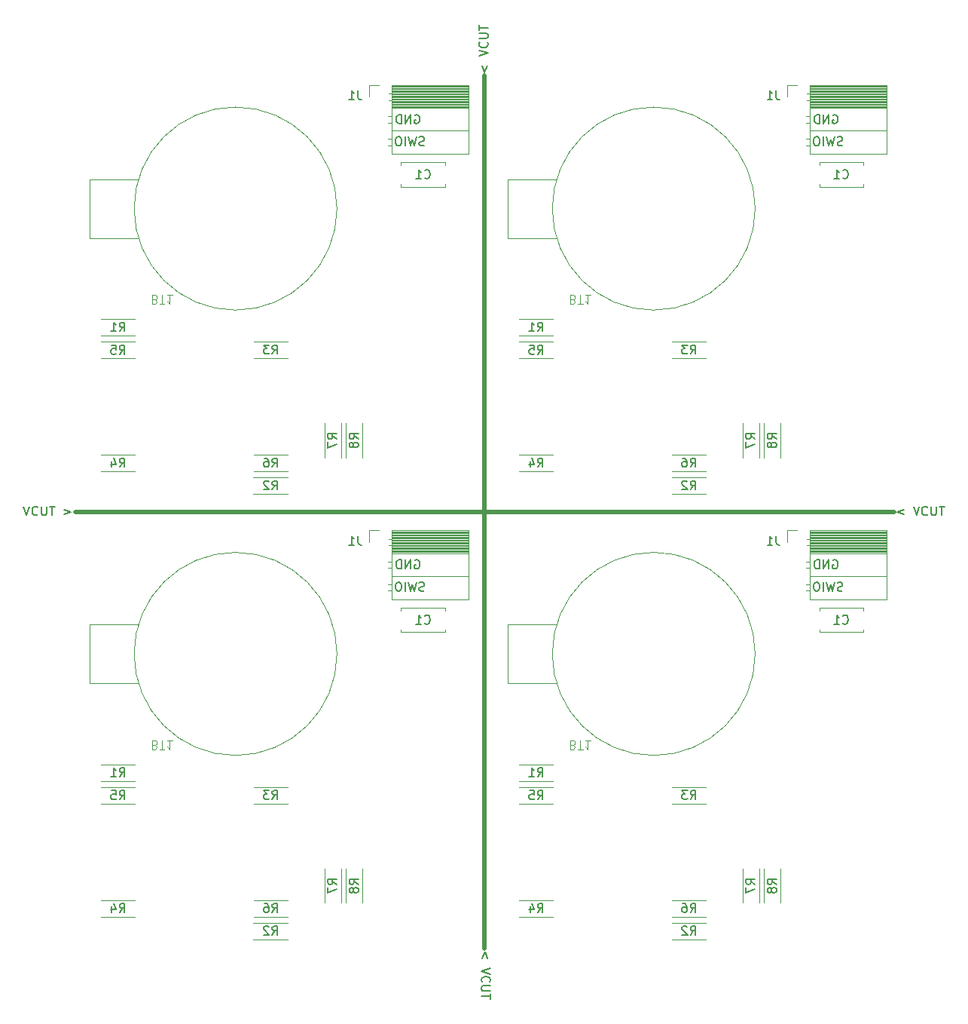
<source format=gbo>
%TF.GenerationSoftware,KiCad,Pcbnew,7.0.10-7.0.10~ubuntu22.04.1*%
%TF.CreationDate,2024-01-24T15:57:41+09:00*%
%TF.ProjectId,pcb-ch32-minigameconsole-panelize,7063622d-6368-4333-922d-6d696e696761,rev?*%
%TF.SameCoordinates,Original*%
%TF.FileFunction,Legend,Bot*%
%TF.FilePolarity,Positive*%
%FSLAX46Y46*%
G04 Gerber Fmt 4.6, Leading zero omitted, Abs format (unit mm)*
G04 Created by KiCad (PCBNEW 7.0.10-7.0.10~ubuntu22.04.1) date 2024-01-24 15:57:41*
%MOMM*%
%LPD*%
G01*
G04 APERTURE LIST*
%ADD10C,0.500000*%
%ADD11C,0.150000*%
%ADD12C,0.100000*%
%ADD13C,0.120000*%
G04 APERTURE END LIST*
D10*
X75500000Y-20000000D02*
X75500000Y-118000000D01*
X29500000Y-69000000D02*
X121500000Y-69000000D01*
D11*
X23693922Y-68369819D02*
X24027255Y-69369819D01*
X24027255Y-69369819D02*
X24360588Y-68369819D01*
X25265350Y-69274580D02*
X25217731Y-69322200D01*
X25217731Y-69322200D02*
X25074874Y-69369819D01*
X25074874Y-69369819D02*
X24979636Y-69369819D01*
X24979636Y-69369819D02*
X24836779Y-69322200D01*
X24836779Y-69322200D02*
X24741541Y-69226961D01*
X24741541Y-69226961D02*
X24693922Y-69131723D01*
X24693922Y-69131723D02*
X24646303Y-68941247D01*
X24646303Y-68941247D02*
X24646303Y-68798390D01*
X24646303Y-68798390D02*
X24693922Y-68607914D01*
X24693922Y-68607914D02*
X24741541Y-68512676D01*
X24741541Y-68512676D02*
X24836779Y-68417438D01*
X24836779Y-68417438D02*
X24979636Y-68369819D01*
X24979636Y-68369819D02*
X25074874Y-68369819D01*
X25074874Y-68369819D02*
X25217731Y-68417438D01*
X25217731Y-68417438D02*
X25265350Y-68465057D01*
X25693922Y-68369819D02*
X25693922Y-69179342D01*
X25693922Y-69179342D02*
X25741541Y-69274580D01*
X25741541Y-69274580D02*
X25789160Y-69322200D01*
X25789160Y-69322200D02*
X25884398Y-69369819D01*
X25884398Y-69369819D02*
X26074874Y-69369819D01*
X26074874Y-69369819D02*
X26170112Y-69322200D01*
X26170112Y-69322200D02*
X26217731Y-69274580D01*
X26217731Y-69274580D02*
X26265350Y-69179342D01*
X26265350Y-69179342D02*
X26265350Y-68369819D01*
X26598684Y-68369819D02*
X27170112Y-68369819D01*
X26884398Y-69369819D02*
X26884398Y-68369819D01*
X28265351Y-68703152D02*
X29027256Y-68988866D01*
X29027256Y-68988866D02*
X28265351Y-69274580D01*
X67639411Y-74417438D02*
X67734649Y-74369819D01*
X67734649Y-74369819D02*
X67877506Y-74369819D01*
X67877506Y-74369819D02*
X68020363Y-74417438D01*
X68020363Y-74417438D02*
X68115601Y-74512676D01*
X68115601Y-74512676D02*
X68163220Y-74607914D01*
X68163220Y-74607914D02*
X68210839Y-74798390D01*
X68210839Y-74798390D02*
X68210839Y-74941247D01*
X68210839Y-74941247D02*
X68163220Y-75131723D01*
X68163220Y-75131723D02*
X68115601Y-75226961D01*
X68115601Y-75226961D02*
X68020363Y-75322200D01*
X68020363Y-75322200D02*
X67877506Y-75369819D01*
X67877506Y-75369819D02*
X67782268Y-75369819D01*
X67782268Y-75369819D02*
X67639411Y-75322200D01*
X67639411Y-75322200D02*
X67591792Y-75274580D01*
X67591792Y-75274580D02*
X67591792Y-74941247D01*
X67591792Y-74941247D02*
X67782268Y-74941247D01*
X67163220Y-75369819D02*
X67163220Y-74369819D01*
X67163220Y-74369819D02*
X66591792Y-75369819D01*
X66591792Y-75369819D02*
X66591792Y-74369819D01*
X66115601Y-75369819D02*
X66115601Y-74369819D01*
X66115601Y-74369819D02*
X65877506Y-74369819D01*
X65877506Y-74369819D02*
X65734649Y-74417438D01*
X65734649Y-74417438D02*
X65639411Y-74512676D01*
X65639411Y-74512676D02*
X65591792Y-74607914D01*
X65591792Y-74607914D02*
X65544173Y-74798390D01*
X65544173Y-74798390D02*
X65544173Y-74941247D01*
X65544173Y-74941247D02*
X65591792Y-75131723D01*
X65591792Y-75131723D02*
X65639411Y-75226961D01*
X65639411Y-75226961D02*
X65734649Y-75322200D01*
X65734649Y-75322200D02*
X65877506Y-75369819D01*
X65877506Y-75369819D02*
X66115601Y-75369819D01*
X75796847Y-119098684D02*
X75511133Y-118336779D01*
X75511133Y-118336779D02*
X75225419Y-119098684D01*
X76130180Y-120193922D02*
X75130180Y-120527255D01*
X75130180Y-120527255D02*
X76130180Y-120860588D01*
X75225419Y-121765350D02*
X75177800Y-121717731D01*
X75177800Y-121717731D02*
X75130180Y-121574874D01*
X75130180Y-121574874D02*
X75130180Y-121479636D01*
X75130180Y-121479636D02*
X75177800Y-121336779D01*
X75177800Y-121336779D02*
X75273038Y-121241541D01*
X75273038Y-121241541D02*
X75368276Y-121193922D01*
X75368276Y-121193922D02*
X75558752Y-121146303D01*
X75558752Y-121146303D02*
X75701609Y-121146303D01*
X75701609Y-121146303D02*
X75892085Y-121193922D01*
X75892085Y-121193922D02*
X75987323Y-121241541D01*
X75987323Y-121241541D02*
X76082561Y-121336779D01*
X76082561Y-121336779D02*
X76130180Y-121479636D01*
X76130180Y-121479636D02*
X76130180Y-121574874D01*
X76130180Y-121574874D02*
X76082561Y-121717731D01*
X76082561Y-121717731D02*
X76034942Y-121765350D01*
X76130180Y-122193922D02*
X75320657Y-122193922D01*
X75320657Y-122193922D02*
X75225419Y-122241541D01*
X75225419Y-122241541D02*
X75177800Y-122289160D01*
X75177800Y-122289160D02*
X75130180Y-122384398D01*
X75130180Y-122384398D02*
X75130180Y-122574874D01*
X75130180Y-122574874D02*
X75177800Y-122670112D01*
X75177800Y-122670112D02*
X75225419Y-122717731D01*
X75225419Y-122717731D02*
X75320657Y-122765350D01*
X75320657Y-122765350D02*
X76130180Y-122765350D01*
X76130180Y-123098684D02*
X76130180Y-123670112D01*
X75130180Y-123384398D02*
X76130180Y-123384398D01*
X75203152Y-18901316D02*
X75488866Y-19663220D01*
X75488866Y-19663220D02*
X75774580Y-18901316D01*
X74869819Y-17806077D02*
X75869819Y-17472744D01*
X75869819Y-17472744D02*
X74869819Y-17139411D01*
X75774580Y-16234649D02*
X75822200Y-16282268D01*
X75822200Y-16282268D02*
X75869819Y-16425125D01*
X75869819Y-16425125D02*
X75869819Y-16520363D01*
X75869819Y-16520363D02*
X75822200Y-16663220D01*
X75822200Y-16663220D02*
X75726961Y-16758458D01*
X75726961Y-16758458D02*
X75631723Y-16806077D01*
X75631723Y-16806077D02*
X75441247Y-16853696D01*
X75441247Y-16853696D02*
X75298390Y-16853696D01*
X75298390Y-16853696D02*
X75107914Y-16806077D01*
X75107914Y-16806077D02*
X75012676Y-16758458D01*
X75012676Y-16758458D02*
X74917438Y-16663220D01*
X74917438Y-16663220D02*
X74869819Y-16520363D01*
X74869819Y-16520363D02*
X74869819Y-16425125D01*
X74869819Y-16425125D02*
X74917438Y-16282268D01*
X74917438Y-16282268D02*
X74965057Y-16234649D01*
X74869819Y-15806077D02*
X75679342Y-15806077D01*
X75679342Y-15806077D02*
X75774580Y-15758458D01*
X75774580Y-15758458D02*
X75822200Y-15710839D01*
X75822200Y-15710839D02*
X75869819Y-15615601D01*
X75869819Y-15615601D02*
X75869819Y-15425125D01*
X75869819Y-15425125D02*
X75822200Y-15329887D01*
X75822200Y-15329887D02*
X75774580Y-15282268D01*
X75774580Y-15282268D02*
X75679342Y-15234649D01*
X75679342Y-15234649D02*
X74869819Y-15234649D01*
X74869819Y-14901315D02*
X74869819Y-14329887D01*
X75869819Y-14615601D02*
X74869819Y-14615601D01*
X115710839Y-77822200D02*
X115567982Y-77869819D01*
X115567982Y-77869819D02*
X115329887Y-77869819D01*
X115329887Y-77869819D02*
X115234649Y-77822200D01*
X115234649Y-77822200D02*
X115187030Y-77774580D01*
X115187030Y-77774580D02*
X115139411Y-77679342D01*
X115139411Y-77679342D02*
X115139411Y-77584104D01*
X115139411Y-77584104D02*
X115187030Y-77488866D01*
X115187030Y-77488866D02*
X115234649Y-77441247D01*
X115234649Y-77441247D02*
X115329887Y-77393628D01*
X115329887Y-77393628D02*
X115520363Y-77346009D01*
X115520363Y-77346009D02*
X115615601Y-77298390D01*
X115615601Y-77298390D02*
X115663220Y-77250771D01*
X115663220Y-77250771D02*
X115710839Y-77155533D01*
X115710839Y-77155533D02*
X115710839Y-77060295D01*
X115710839Y-77060295D02*
X115663220Y-76965057D01*
X115663220Y-76965057D02*
X115615601Y-76917438D01*
X115615601Y-76917438D02*
X115520363Y-76869819D01*
X115520363Y-76869819D02*
X115282268Y-76869819D01*
X115282268Y-76869819D02*
X115139411Y-76917438D01*
X114806077Y-76869819D02*
X114567982Y-77869819D01*
X114567982Y-77869819D02*
X114377506Y-77155533D01*
X114377506Y-77155533D02*
X114187030Y-77869819D01*
X114187030Y-77869819D02*
X113948935Y-76869819D01*
X113567982Y-77869819D02*
X113567982Y-76869819D01*
X112901316Y-76869819D02*
X112710840Y-76869819D01*
X112710840Y-76869819D02*
X112615602Y-76917438D01*
X112615602Y-76917438D02*
X112520364Y-77012676D01*
X112520364Y-77012676D02*
X112472745Y-77203152D01*
X112472745Y-77203152D02*
X112472745Y-77536485D01*
X112472745Y-77536485D02*
X112520364Y-77726961D01*
X112520364Y-77726961D02*
X112615602Y-77822200D01*
X112615602Y-77822200D02*
X112710840Y-77869819D01*
X112710840Y-77869819D02*
X112901316Y-77869819D01*
X112901316Y-77869819D02*
X112996554Y-77822200D01*
X112996554Y-77822200D02*
X113091792Y-77726961D01*
X113091792Y-77726961D02*
X113139411Y-77536485D01*
X113139411Y-77536485D02*
X113139411Y-77203152D01*
X113139411Y-77203152D02*
X113091792Y-77012676D01*
X113091792Y-77012676D02*
X112996554Y-76917438D01*
X112996554Y-76917438D02*
X112901316Y-76869819D01*
X68710839Y-77822200D02*
X68567982Y-77869819D01*
X68567982Y-77869819D02*
X68329887Y-77869819D01*
X68329887Y-77869819D02*
X68234649Y-77822200D01*
X68234649Y-77822200D02*
X68187030Y-77774580D01*
X68187030Y-77774580D02*
X68139411Y-77679342D01*
X68139411Y-77679342D02*
X68139411Y-77584104D01*
X68139411Y-77584104D02*
X68187030Y-77488866D01*
X68187030Y-77488866D02*
X68234649Y-77441247D01*
X68234649Y-77441247D02*
X68329887Y-77393628D01*
X68329887Y-77393628D02*
X68520363Y-77346009D01*
X68520363Y-77346009D02*
X68615601Y-77298390D01*
X68615601Y-77298390D02*
X68663220Y-77250771D01*
X68663220Y-77250771D02*
X68710839Y-77155533D01*
X68710839Y-77155533D02*
X68710839Y-77060295D01*
X68710839Y-77060295D02*
X68663220Y-76965057D01*
X68663220Y-76965057D02*
X68615601Y-76917438D01*
X68615601Y-76917438D02*
X68520363Y-76869819D01*
X68520363Y-76869819D02*
X68282268Y-76869819D01*
X68282268Y-76869819D02*
X68139411Y-76917438D01*
X67806077Y-76869819D02*
X67567982Y-77869819D01*
X67567982Y-77869819D02*
X67377506Y-77155533D01*
X67377506Y-77155533D02*
X67187030Y-77869819D01*
X67187030Y-77869819D02*
X66948935Y-76869819D01*
X66567982Y-77869819D02*
X66567982Y-76869819D01*
X65901316Y-76869819D02*
X65710840Y-76869819D01*
X65710840Y-76869819D02*
X65615602Y-76917438D01*
X65615602Y-76917438D02*
X65520364Y-77012676D01*
X65520364Y-77012676D02*
X65472745Y-77203152D01*
X65472745Y-77203152D02*
X65472745Y-77536485D01*
X65472745Y-77536485D02*
X65520364Y-77726961D01*
X65520364Y-77726961D02*
X65615602Y-77822200D01*
X65615602Y-77822200D02*
X65710840Y-77869819D01*
X65710840Y-77869819D02*
X65901316Y-77869819D01*
X65901316Y-77869819D02*
X65996554Y-77822200D01*
X65996554Y-77822200D02*
X66091792Y-77726961D01*
X66091792Y-77726961D02*
X66139411Y-77536485D01*
X66139411Y-77536485D02*
X66139411Y-77203152D01*
X66139411Y-77203152D02*
X66091792Y-77012676D01*
X66091792Y-77012676D02*
X65996554Y-76917438D01*
X65996554Y-76917438D02*
X65901316Y-76869819D01*
X115710839Y-27822200D02*
X115567982Y-27869819D01*
X115567982Y-27869819D02*
X115329887Y-27869819D01*
X115329887Y-27869819D02*
X115234649Y-27822200D01*
X115234649Y-27822200D02*
X115187030Y-27774580D01*
X115187030Y-27774580D02*
X115139411Y-27679342D01*
X115139411Y-27679342D02*
X115139411Y-27584104D01*
X115139411Y-27584104D02*
X115187030Y-27488866D01*
X115187030Y-27488866D02*
X115234649Y-27441247D01*
X115234649Y-27441247D02*
X115329887Y-27393628D01*
X115329887Y-27393628D02*
X115520363Y-27346009D01*
X115520363Y-27346009D02*
X115615601Y-27298390D01*
X115615601Y-27298390D02*
X115663220Y-27250771D01*
X115663220Y-27250771D02*
X115710839Y-27155533D01*
X115710839Y-27155533D02*
X115710839Y-27060295D01*
X115710839Y-27060295D02*
X115663220Y-26965057D01*
X115663220Y-26965057D02*
X115615601Y-26917438D01*
X115615601Y-26917438D02*
X115520363Y-26869819D01*
X115520363Y-26869819D02*
X115282268Y-26869819D01*
X115282268Y-26869819D02*
X115139411Y-26917438D01*
X114806077Y-26869819D02*
X114567982Y-27869819D01*
X114567982Y-27869819D02*
X114377506Y-27155533D01*
X114377506Y-27155533D02*
X114187030Y-27869819D01*
X114187030Y-27869819D02*
X113948935Y-26869819D01*
X113567982Y-27869819D02*
X113567982Y-26869819D01*
X112901316Y-26869819D02*
X112710840Y-26869819D01*
X112710840Y-26869819D02*
X112615602Y-26917438D01*
X112615602Y-26917438D02*
X112520364Y-27012676D01*
X112520364Y-27012676D02*
X112472745Y-27203152D01*
X112472745Y-27203152D02*
X112472745Y-27536485D01*
X112472745Y-27536485D02*
X112520364Y-27726961D01*
X112520364Y-27726961D02*
X112615602Y-27822200D01*
X112615602Y-27822200D02*
X112710840Y-27869819D01*
X112710840Y-27869819D02*
X112901316Y-27869819D01*
X112901316Y-27869819D02*
X112996554Y-27822200D01*
X112996554Y-27822200D02*
X113091792Y-27726961D01*
X113091792Y-27726961D02*
X113139411Y-27536485D01*
X113139411Y-27536485D02*
X113139411Y-27203152D01*
X113139411Y-27203152D02*
X113091792Y-27012676D01*
X113091792Y-27012676D02*
X112996554Y-26917438D01*
X112996554Y-26917438D02*
X112901316Y-26869819D01*
X122598684Y-68703152D02*
X121836779Y-68988866D01*
X121836779Y-68988866D02*
X122598684Y-69274580D01*
X123693922Y-68369819D02*
X124027255Y-69369819D01*
X124027255Y-69369819D02*
X124360588Y-68369819D01*
X125265350Y-69274580D02*
X125217731Y-69322200D01*
X125217731Y-69322200D02*
X125074874Y-69369819D01*
X125074874Y-69369819D02*
X124979636Y-69369819D01*
X124979636Y-69369819D02*
X124836779Y-69322200D01*
X124836779Y-69322200D02*
X124741541Y-69226961D01*
X124741541Y-69226961D02*
X124693922Y-69131723D01*
X124693922Y-69131723D02*
X124646303Y-68941247D01*
X124646303Y-68941247D02*
X124646303Y-68798390D01*
X124646303Y-68798390D02*
X124693922Y-68607914D01*
X124693922Y-68607914D02*
X124741541Y-68512676D01*
X124741541Y-68512676D02*
X124836779Y-68417438D01*
X124836779Y-68417438D02*
X124979636Y-68369819D01*
X124979636Y-68369819D02*
X125074874Y-68369819D01*
X125074874Y-68369819D02*
X125217731Y-68417438D01*
X125217731Y-68417438D02*
X125265350Y-68465057D01*
X125693922Y-68369819D02*
X125693922Y-69179342D01*
X125693922Y-69179342D02*
X125741541Y-69274580D01*
X125741541Y-69274580D02*
X125789160Y-69322200D01*
X125789160Y-69322200D02*
X125884398Y-69369819D01*
X125884398Y-69369819D02*
X126074874Y-69369819D01*
X126074874Y-69369819D02*
X126170112Y-69322200D01*
X126170112Y-69322200D02*
X126217731Y-69274580D01*
X126217731Y-69274580D02*
X126265350Y-69179342D01*
X126265350Y-69179342D02*
X126265350Y-68369819D01*
X126598684Y-68369819D02*
X127170112Y-68369819D01*
X126884398Y-69369819D02*
X126884398Y-68369819D01*
X114639411Y-24417438D02*
X114734649Y-24369819D01*
X114734649Y-24369819D02*
X114877506Y-24369819D01*
X114877506Y-24369819D02*
X115020363Y-24417438D01*
X115020363Y-24417438D02*
X115115601Y-24512676D01*
X115115601Y-24512676D02*
X115163220Y-24607914D01*
X115163220Y-24607914D02*
X115210839Y-24798390D01*
X115210839Y-24798390D02*
X115210839Y-24941247D01*
X115210839Y-24941247D02*
X115163220Y-25131723D01*
X115163220Y-25131723D02*
X115115601Y-25226961D01*
X115115601Y-25226961D02*
X115020363Y-25322200D01*
X115020363Y-25322200D02*
X114877506Y-25369819D01*
X114877506Y-25369819D02*
X114782268Y-25369819D01*
X114782268Y-25369819D02*
X114639411Y-25322200D01*
X114639411Y-25322200D02*
X114591792Y-25274580D01*
X114591792Y-25274580D02*
X114591792Y-24941247D01*
X114591792Y-24941247D02*
X114782268Y-24941247D01*
X114163220Y-25369819D02*
X114163220Y-24369819D01*
X114163220Y-24369819D02*
X113591792Y-25369819D01*
X113591792Y-25369819D02*
X113591792Y-24369819D01*
X113115601Y-25369819D02*
X113115601Y-24369819D01*
X113115601Y-24369819D02*
X112877506Y-24369819D01*
X112877506Y-24369819D02*
X112734649Y-24417438D01*
X112734649Y-24417438D02*
X112639411Y-24512676D01*
X112639411Y-24512676D02*
X112591792Y-24607914D01*
X112591792Y-24607914D02*
X112544173Y-24798390D01*
X112544173Y-24798390D02*
X112544173Y-24941247D01*
X112544173Y-24941247D02*
X112591792Y-25131723D01*
X112591792Y-25131723D02*
X112639411Y-25226961D01*
X112639411Y-25226961D02*
X112734649Y-25322200D01*
X112734649Y-25322200D02*
X112877506Y-25369819D01*
X112877506Y-25369819D02*
X113115601Y-25369819D01*
X114639411Y-74417438D02*
X114734649Y-74369819D01*
X114734649Y-74369819D02*
X114877506Y-74369819D01*
X114877506Y-74369819D02*
X115020363Y-74417438D01*
X115020363Y-74417438D02*
X115115601Y-74512676D01*
X115115601Y-74512676D02*
X115163220Y-74607914D01*
X115163220Y-74607914D02*
X115210839Y-74798390D01*
X115210839Y-74798390D02*
X115210839Y-74941247D01*
X115210839Y-74941247D02*
X115163220Y-75131723D01*
X115163220Y-75131723D02*
X115115601Y-75226961D01*
X115115601Y-75226961D02*
X115020363Y-75322200D01*
X115020363Y-75322200D02*
X114877506Y-75369819D01*
X114877506Y-75369819D02*
X114782268Y-75369819D01*
X114782268Y-75369819D02*
X114639411Y-75322200D01*
X114639411Y-75322200D02*
X114591792Y-75274580D01*
X114591792Y-75274580D02*
X114591792Y-74941247D01*
X114591792Y-74941247D02*
X114782268Y-74941247D01*
X114163220Y-75369819D02*
X114163220Y-74369819D01*
X114163220Y-74369819D02*
X113591792Y-75369819D01*
X113591792Y-75369819D02*
X113591792Y-74369819D01*
X113115601Y-75369819D02*
X113115601Y-74369819D01*
X113115601Y-74369819D02*
X112877506Y-74369819D01*
X112877506Y-74369819D02*
X112734649Y-74417438D01*
X112734649Y-74417438D02*
X112639411Y-74512676D01*
X112639411Y-74512676D02*
X112591792Y-74607914D01*
X112591792Y-74607914D02*
X112544173Y-74798390D01*
X112544173Y-74798390D02*
X112544173Y-74941247D01*
X112544173Y-74941247D02*
X112591792Y-75131723D01*
X112591792Y-75131723D02*
X112639411Y-75226961D01*
X112639411Y-75226961D02*
X112734649Y-75322200D01*
X112734649Y-75322200D02*
X112877506Y-75369819D01*
X112877506Y-75369819D02*
X113115601Y-75369819D01*
X67639411Y-24417438D02*
X67734649Y-24369819D01*
X67734649Y-24369819D02*
X67877506Y-24369819D01*
X67877506Y-24369819D02*
X68020363Y-24417438D01*
X68020363Y-24417438D02*
X68115601Y-24512676D01*
X68115601Y-24512676D02*
X68163220Y-24607914D01*
X68163220Y-24607914D02*
X68210839Y-24798390D01*
X68210839Y-24798390D02*
X68210839Y-24941247D01*
X68210839Y-24941247D02*
X68163220Y-25131723D01*
X68163220Y-25131723D02*
X68115601Y-25226961D01*
X68115601Y-25226961D02*
X68020363Y-25322200D01*
X68020363Y-25322200D02*
X67877506Y-25369819D01*
X67877506Y-25369819D02*
X67782268Y-25369819D01*
X67782268Y-25369819D02*
X67639411Y-25322200D01*
X67639411Y-25322200D02*
X67591792Y-25274580D01*
X67591792Y-25274580D02*
X67591792Y-24941247D01*
X67591792Y-24941247D02*
X67782268Y-24941247D01*
X67163220Y-25369819D02*
X67163220Y-24369819D01*
X67163220Y-24369819D02*
X66591792Y-25369819D01*
X66591792Y-25369819D02*
X66591792Y-24369819D01*
X66115601Y-25369819D02*
X66115601Y-24369819D01*
X66115601Y-24369819D02*
X65877506Y-24369819D01*
X65877506Y-24369819D02*
X65734649Y-24417438D01*
X65734649Y-24417438D02*
X65639411Y-24512676D01*
X65639411Y-24512676D02*
X65591792Y-24607914D01*
X65591792Y-24607914D02*
X65544173Y-24798390D01*
X65544173Y-24798390D02*
X65544173Y-24941247D01*
X65544173Y-24941247D02*
X65591792Y-25131723D01*
X65591792Y-25131723D02*
X65639411Y-25226961D01*
X65639411Y-25226961D02*
X65734649Y-25322200D01*
X65734649Y-25322200D02*
X65877506Y-25369819D01*
X65877506Y-25369819D02*
X66115601Y-25369819D01*
X68710839Y-27822200D02*
X68567982Y-27869819D01*
X68567982Y-27869819D02*
X68329887Y-27869819D01*
X68329887Y-27869819D02*
X68234649Y-27822200D01*
X68234649Y-27822200D02*
X68187030Y-27774580D01*
X68187030Y-27774580D02*
X68139411Y-27679342D01*
X68139411Y-27679342D02*
X68139411Y-27584104D01*
X68139411Y-27584104D02*
X68187030Y-27488866D01*
X68187030Y-27488866D02*
X68234649Y-27441247D01*
X68234649Y-27441247D02*
X68329887Y-27393628D01*
X68329887Y-27393628D02*
X68520363Y-27346009D01*
X68520363Y-27346009D02*
X68615601Y-27298390D01*
X68615601Y-27298390D02*
X68663220Y-27250771D01*
X68663220Y-27250771D02*
X68710839Y-27155533D01*
X68710839Y-27155533D02*
X68710839Y-27060295D01*
X68710839Y-27060295D02*
X68663220Y-26965057D01*
X68663220Y-26965057D02*
X68615601Y-26917438D01*
X68615601Y-26917438D02*
X68520363Y-26869819D01*
X68520363Y-26869819D02*
X68282268Y-26869819D01*
X68282268Y-26869819D02*
X68139411Y-26917438D01*
X67806077Y-26869819D02*
X67567982Y-27869819D01*
X67567982Y-27869819D02*
X67377506Y-27155533D01*
X67377506Y-27155533D02*
X67187030Y-27869819D01*
X67187030Y-27869819D02*
X66948935Y-26869819D01*
X66567982Y-27869819D02*
X66567982Y-26869819D01*
X65901316Y-26869819D02*
X65710840Y-26869819D01*
X65710840Y-26869819D02*
X65615602Y-26917438D01*
X65615602Y-26917438D02*
X65520364Y-27012676D01*
X65520364Y-27012676D02*
X65472745Y-27203152D01*
X65472745Y-27203152D02*
X65472745Y-27536485D01*
X65472745Y-27536485D02*
X65520364Y-27726961D01*
X65520364Y-27726961D02*
X65615602Y-27822200D01*
X65615602Y-27822200D02*
X65710840Y-27869819D01*
X65710840Y-27869819D02*
X65901316Y-27869819D01*
X65901316Y-27869819D02*
X65996554Y-27822200D01*
X65996554Y-27822200D02*
X66091792Y-27726961D01*
X66091792Y-27726961D02*
X66139411Y-27536485D01*
X66139411Y-27536485D02*
X66139411Y-27203152D01*
X66139411Y-27203152D02*
X66091792Y-27012676D01*
X66091792Y-27012676D02*
X65996554Y-26917438D01*
X65996554Y-26917438D02*
X65901316Y-26869819D01*
X34456666Y-101274819D02*
X34789999Y-100798628D01*
X35028094Y-101274819D02*
X35028094Y-100274819D01*
X35028094Y-100274819D02*
X34647142Y-100274819D01*
X34647142Y-100274819D02*
X34551904Y-100322438D01*
X34551904Y-100322438D02*
X34504285Y-100370057D01*
X34504285Y-100370057D02*
X34456666Y-100465295D01*
X34456666Y-100465295D02*
X34456666Y-100608152D01*
X34456666Y-100608152D02*
X34504285Y-100703390D01*
X34504285Y-100703390D02*
X34551904Y-100751009D01*
X34551904Y-100751009D02*
X34647142Y-100798628D01*
X34647142Y-100798628D02*
X35028094Y-100798628D01*
X33551904Y-100274819D02*
X34028094Y-100274819D01*
X34028094Y-100274819D02*
X34075713Y-100751009D01*
X34075713Y-100751009D02*
X34028094Y-100703390D01*
X34028094Y-100703390D02*
X33932856Y-100655771D01*
X33932856Y-100655771D02*
X33694761Y-100655771D01*
X33694761Y-100655771D02*
X33599523Y-100703390D01*
X33599523Y-100703390D02*
X33551904Y-100751009D01*
X33551904Y-100751009D02*
X33504285Y-100846247D01*
X33504285Y-100846247D02*
X33504285Y-101084342D01*
X33504285Y-101084342D02*
X33551904Y-101179580D01*
X33551904Y-101179580D02*
X33599523Y-101227200D01*
X33599523Y-101227200D02*
X33694761Y-101274819D01*
X33694761Y-101274819D02*
X33932856Y-101274819D01*
X33932856Y-101274819D02*
X34028094Y-101227200D01*
X34028094Y-101227200D02*
X34075713Y-101179580D01*
X81456666Y-51274819D02*
X81789999Y-50798628D01*
X82028094Y-51274819D02*
X82028094Y-50274819D01*
X82028094Y-50274819D02*
X81647142Y-50274819D01*
X81647142Y-50274819D02*
X81551904Y-50322438D01*
X81551904Y-50322438D02*
X81504285Y-50370057D01*
X81504285Y-50370057D02*
X81456666Y-50465295D01*
X81456666Y-50465295D02*
X81456666Y-50608152D01*
X81456666Y-50608152D02*
X81504285Y-50703390D01*
X81504285Y-50703390D02*
X81551904Y-50751009D01*
X81551904Y-50751009D02*
X81647142Y-50798628D01*
X81647142Y-50798628D02*
X82028094Y-50798628D01*
X80551904Y-50274819D02*
X81028094Y-50274819D01*
X81028094Y-50274819D02*
X81075713Y-50751009D01*
X81075713Y-50751009D02*
X81028094Y-50703390D01*
X81028094Y-50703390D02*
X80932856Y-50655771D01*
X80932856Y-50655771D02*
X80694761Y-50655771D01*
X80694761Y-50655771D02*
X80599523Y-50703390D01*
X80599523Y-50703390D02*
X80551904Y-50751009D01*
X80551904Y-50751009D02*
X80504285Y-50846247D01*
X80504285Y-50846247D02*
X80504285Y-51084342D01*
X80504285Y-51084342D02*
X80551904Y-51179580D01*
X80551904Y-51179580D02*
X80599523Y-51227200D01*
X80599523Y-51227200D02*
X80694761Y-51274819D01*
X80694761Y-51274819D02*
X80932856Y-51274819D01*
X80932856Y-51274819D02*
X81028094Y-51227200D01*
X81028094Y-51227200D02*
X81075713Y-51179580D01*
X108287819Y-110793333D02*
X107811628Y-110460000D01*
X108287819Y-110221905D02*
X107287819Y-110221905D01*
X107287819Y-110221905D02*
X107287819Y-110602857D01*
X107287819Y-110602857D02*
X107335438Y-110698095D01*
X107335438Y-110698095D02*
X107383057Y-110745714D01*
X107383057Y-110745714D02*
X107478295Y-110793333D01*
X107478295Y-110793333D02*
X107621152Y-110793333D01*
X107621152Y-110793333D02*
X107716390Y-110745714D01*
X107716390Y-110745714D02*
X107764009Y-110698095D01*
X107764009Y-110698095D02*
X107811628Y-110602857D01*
X107811628Y-110602857D02*
X107811628Y-110221905D01*
X107716390Y-111364762D02*
X107668771Y-111269524D01*
X107668771Y-111269524D02*
X107621152Y-111221905D01*
X107621152Y-111221905D02*
X107525914Y-111174286D01*
X107525914Y-111174286D02*
X107478295Y-111174286D01*
X107478295Y-111174286D02*
X107383057Y-111221905D01*
X107383057Y-111221905D02*
X107335438Y-111269524D01*
X107335438Y-111269524D02*
X107287819Y-111364762D01*
X107287819Y-111364762D02*
X107287819Y-111555238D01*
X107287819Y-111555238D02*
X107335438Y-111650476D01*
X107335438Y-111650476D02*
X107383057Y-111698095D01*
X107383057Y-111698095D02*
X107478295Y-111745714D01*
X107478295Y-111745714D02*
X107525914Y-111745714D01*
X107525914Y-111745714D02*
X107621152Y-111698095D01*
X107621152Y-111698095D02*
X107668771Y-111650476D01*
X107668771Y-111650476D02*
X107716390Y-111555238D01*
X107716390Y-111555238D02*
X107716390Y-111364762D01*
X107716390Y-111364762D02*
X107764009Y-111269524D01*
X107764009Y-111269524D02*
X107811628Y-111221905D01*
X107811628Y-111221905D02*
X107906866Y-111174286D01*
X107906866Y-111174286D02*
X108097342Y-111174286D01*
X108097342Y-111174286D02*
X108192580Y-111221905D01*
X108192580Y-111221905D02*
X108240200Y-111269524D01*
X108240200Y-111269524D02*
X108287819Y-111364762D01*
X108287819Y-111364762D02*
X108287819Y-111555238D01*
X108287819Y-111555238D02*
X108240200Y-111650476D01*
X108240200Y-111650476D02*
X108192580Y-111698095D01*
X108192580Y-111698095D02*
X108097342Y-111745714D01*
X108097342Y-111745714D02*
X107906866Y-111745714D01*
X107906866Y-111745714D02*
X107811628Y-111698095D01*
X107811628Y-111698095D02*
X107764009Y-111650476D01*
X107764009Y-111650476D02*
X107716390Y-111555238D01*
X51626666Y-101254819D02*
X51959999Y-100778628D01*
X52198094Y-101254819D02*
X52198094Y-100254819D01*
X52198094Y-100254819D02*
X51817142Y-100254819D01*
X51817142Y-100254819D02*
X51721904Y-100302438D01*
X51721904Y-100302438D02*
X51674285Y-100350057D01*
X51674285Y-100350057D02*
X51626666Y-100445295D01*
X51626666Y-100445295D02*
X51626666Y-100588152D01*
X51626666Y-100588152D02*
X51674285Y-100683390D01*
X51674285Y-100683390D02*
X51721904Y-100731009D01*
X51721904Y-100731009D02*
X51817142Y-100778628D01*
X51817142Y-100778628D02*
X52198094Y-100778628D01*
X51293332Y-100254819D02*
X50674285Y-100254819D01*
X50674285Y-100254819D02*
X51007618Y-100635771D01*
X51007618Y-100635771D02*
X50864761Y-100635771D01*
X50864761Y-100635771D02*
X50769523Y-100683390D01*
X50769523Y-100683390D02*
X50721904Y-100731009D01*
X50721904Y-100731009D02*
X50674285Y-100826247D01*
X50674285Y-100826247D02*
X50674285Y-101064342D01*
X50674285Y-101064342D02*
X50721904Y-101159580D01*
X50721904Y-101159580D02*
X50769523Y-101207200D01*
X50769523Y-101207200D02*
X50864761Y-101254819D01*
X50864761Y-101254819D02*
X51150475Y-101254819D01*
X51150475Y-101254819D02*
X51245713Y-101207200D01*
X51245713Y-101207200D02*
X51293332Y-101159580D01*
X34456666Y-63954819D02*
X34789999Y-63478628D01*
X35028094Y-63954819D02*
X35028094Y-62954819D01*
X35028094Y-62954819D02*
X34647142Y-62954819D01*
X34647142Y-62954819D02*
X34551904Y-63002438D01*
X34551904Y-63002438D02*
X34504285Y-63050057D01*
X34504285Y-63050057D02*
X34456666Y-63145295D01*
X34456666Y-63145295D02*
X34456666Y-63288152D01*
X34456666Y-63288152D02*
X34504285Y-63383390D01*
X34504285Y-63383390D02*
X34551904Y-63431009D01*
X34551904Y-63431009D02*
X34647142Y-63478628D01*
X34647142Y-63478628D02*
X35028094Y-63478628D01*
X33599523Y-63288152D02*
X33599523Y-63954819D01*
X33837618Y-62907200D02*
X34075713Y-63621485D01*
X34075713Y-63621485D02*
X33456666Y-63621485D01*
X115746666Y-81474580D02*
X115794285Y-81522200D01*
X115794285Y-81522200D02*
X115937142Y-81569819D01*
X115937142Y-81569819D02*
X116032380Y-81569819D01*
X116032380Y-81569819D02*
X116175237Y-81522200D01*
X116175237Y-81522200D02*
X116270475Y-81426961D01*
X116270475Y-81426961D02*
X116318094Y-81331723D01*
X116318094Y-81331723D02*
X116365713Y-81141247D01*
X116365713Y-81141247D02*
X116365713Y-80998390D01*
X116365713Y-80998390D02*
X116318094Y-80807914D01*
X116318094Y-80807914D02*
X116270475Y-80712676D01*
X116270475Y-80712676D02*
X116175237Y-80617438D01*
X116175237Y-80617438D02*
X116032380Y-80569819D01*
X116032380Y-80569819D02*
X115937142Y-80569819D01*
X115937142Y-80569819D02*
X115794285Y-80617438D01*
X115794285Y-80617438D02*
X115746666Y-80665057D01*
X114794285Y-81569819D02*
X115365713Y-81569819D01*
X115079999Y-81569819D02*
X115079999Y-80569819D01*
X115079999Y-80569819D02*
X115175237Y-80712676D01*
X115175237Y-80712676D02*
X115270475Y-80807914D01*
X115270475Y-80807914D02*
X115365713Y-80855533D01*
X51626666Y-66494819D02*
X51959999Y-66018628D01*
X52198094Y-66494819D02*
X52198094Y-65494819D01*
X52198094Y-65494819D02*
X51817142Y-65494819D01*
X51817142Y-65494819D02*
X51721904Y-65542438D01*
X51721904Y-65542438D02*
X51674285Y-65590057D01*
X51674285Y-65590057D02*
X51626666Y-65685295D01*
X51626666Y-65685295D02*
X51626666Y-65828152D01*
X51626666Y-65828152D02*
X51674285Y-65923390D01*
X51674285Y-65923390D02*
X51721904Y-65971009D01*
X51721904Y-65971009D02*
X51817142Y-66018628D01*
X51817142Y-66018628D02*
X52198094Y-66018628D01*
X51245713Y-65590057D02*
X51198094Y-65542438D01*
X51198094Y-65542438D02*
X51102856Y-65494819D01*
X51102856Y-65494819D02*
X50864761Y-65494819D01*
X50864761Y-65494819D02*
X50769523Y-65542438D01*
X50769523Y-65542438D02*
X50721904Y-65590057D01*
X50721904Y-65590057D02*
X50674285Y-65685295D01*
X50674285Y-65685295D02*
X50674285Y-65780533D01*
X50674285Y-65780533D02*
X50721904Y-65923390D01*
X50721904Y-65923390D02*
X51293332Y-66494819D01*
X51293332Y-66494819D02*
X50674285Y-66494819D01*
X108266333Y-71699819D02*
X108266333Y-72414104D01*
X108266333Y-72414104D02*
X108313952Y-72556961D01*
X108313952Y-72556961D02*
X108409190Y-72652200D01*
X108409190Y-72652200D02*
X108552047Y-72699819D01*
X108552047Y-72699819D02*
X108647285Y-72699819D01*
X107266333Y-72699819D02*
X107837761Y-72699819D01*
X107552047Y-72699819D02*
X107552047Y-71699819D01*
X107552047Y-71699819D02*
X107647285Y-71842676D01*
X107647285Y-71842676D02*
X107742523Y-71937914D01*
X107742523Y-71937914D02*
X107837761Y-71985533D01*
X61266333Y-21699819D02*
X61266333Y-22414104D01*
X61266333Y-22414104D02*
X61313952Y-22556961D01*
X61313952Y-22556961D02*
X61409190Y-22652200D01*
X61409190Y-22652200D02*
X61552047Y-22699819D01*
X61552047Y-22699819D02*
X61647285Y-22699819D01*
X60266333Y-22699819D02*
X60837761Y-22699819D01*
X60552047Y-22699819D02*
X60552047Y-21699819D01*
X60552047Y-21699819D02*
X60647285Y-21842676D01*
X60647285Y-21842676D02*
X60742523Y-21937914D01*
X60742523Y-21937914D02*
X60837761Y-21985533D01*
X98626666Y-101254819D02*
X98959999Y-100778628D01*
X99198094Y-101254819D02*
X99198094Y-100254819D01*
X99198094Y-100254819D02*
X98817142Y-100254819D01*
X98817142Y-100254819D02*
X98721904Y-100302438D01*
X98721904Y-100302438D02*
X98674285Y-100350057D01*
X98674285Y-100350057D02*
X98626666Y-100445295D01*
X98626666Y-100445295D02*
X98626666Y-100588152D01*
X98626666Y-100588152D02*
X98674285Y-100683390D01*
X98674285Y-100683390D02*
X98721904Y-100731009D01*
X98721904Y-100731009D02*
X98817142Y-100778628D01*
X98817142Y-100778628D02*
X99198094Y-100778628D01*
X98293332Y-100254819D02*
X97674285Y-100254819D01*
X97674285Y-100254819D02*
X98007618Y-100635771D01*
X98007618Y-100635771D02*
X97864761Y-100635771D01*
X97864761Y-100635771D02*
X97769523Y-100683390D01*
X97769523Y-100683390D02*
X97721904Y-100731009D01*
X97721904Y-100731009D02*
X97674285Y-100826247D01*
X97674285Y-100826247D02*
X97674285Y-101064342D01*
X97674285Y-101064342D02*
X97721904Y-101159580D01*
X97721904Y-101159580D02*
X97769523Y-101207200D01*
X97769523Y-101207200D02*
X97864761Y-101254819D01*
X97864761Y-101254819D02*
X98150475Y-101254819D01*
X98150475Y-101254819D02*
X98245713Y-101207200D01*
X98245713Y-101207200D02*
X98293332Y-101159580D01*
X98626666Y-116494819D02*
X98959999Y-116018628D01*
X99198094Y-116494819D02*
X99198094Y-115494819D01*
X99198094Y-115494819D02*
X98817142Y-115494819D01*
X98817142Y-115494819D02*
X98721904Y-115542438D01*
X98721904Y-115542438D02*
X98674285Y-115590057D01*
X98674285Y-115590057D02*
X98626666Y-115685295D01*
X98626666Y-115685295D02*
X98626666Y-115828152D01*
X98626666Y-115828152D02*
X98674285Y-115923390D01*
X98674285Y-115923390D02*
X98721904Y-115971009D01*
X98721904Y-115971009D02*
X98817142Y-116018628D01*
X98817142Y-116018628D02*
X99198094Y-116018628D01*
X98245713Y-115590057D02*
X98198094Y-115542438D01*
X98198094Y-115542438D02*
X98102856Y-115494819D01*
X98102856Y-115494819D02*
X97864761Y-115494819D01*
X97864761Y-115494819D02*
X97769523Y-115542438D01*
X97769523Y-115542438D02*
X97721904Y-115590057D01*
X97721904Y-115590057D02*
X97674285Y-115685295D01*
X97674285Y-115685295D02*
X97674285Y-115780533D01*
X97674285Y-115780533D02*
X97721904Y-115923390D01*
X97721904Y-115923390D02*
X98293332Y-116494819D01*
X98293332Y-116494819D02*
X97674285Y-116494819D01*
X61266333Y-71699819D02*
X61266333Y-72414104D01*
X61266333Y-72414104D02*
X61313952Y-72556961D01*
X61313952Y-72556961D02*
X61409190Y-72652200D01*
X61409190Y-72652200D02*
X61552047Y-72699819D01*
X61552047Y-72699819D02*
X61647285Y-72699819D01*
X60266333Y-72699819D02*
X60837761Y-72699819D01*
X60552047Y-72699819D02*
X60552047Y-71699819D01*
X60552047Y-71699819D02*
X60647285Y-71842676D01*
X60647285Y-71842676D02*
X60742523Y-71937914D01*
X60742523Y-71937914D02*
X60837761Y-71985533D01*
X34456666Y-113954819D02*
X34789999Y-113478628D01*
X35028094Y-113954819D02*
X35028094Y-112954819D01*
X35028094Y-112954819D02*
X34647142Y-112954819D01*
X34647142Y-112954819D02*
X34551904Y-113002438D01*
X34551904Y-113002438D02*
X34504285Y-113050057D01*
X34504285Y-113050057D02*
X34456666Y-113145295D01*
X34456666Y-113145295D02*
X34456666Y-113288152D01*
X34456666Y-113288152D02*
X34504285Y-113383390D01*
X34504285Y-113383390D02*
X34551904Y-113431009D01*
X34551904Y-113431009D02*
X34647142Y-113478628D01*
X34647142Y-113478628D02*
X35028094Y-113478628D01*
X33599523Y-113288152D02*
X33599523Y-113954819D01*
X33837618Y-112907200D02*
X34075713Y-113621485D01*
X34075713Y-113621485D02*
X33456666Y-113621485D01*
X34456666Y-98714819D02*
X34789999Y-98238628D01*
X35028094Y-98714819D02*
X35028094Y-97714819D01*
X35028094Y-97714819D02*
X34647142Y-97714819D01*
X34647142Y-97714819D02*
X34551904Y-97762438D01*
X34551904Y-97762438D02*
X34504285Y-97810057D01*
X34504285Y-97810057D02*
X34456666Y-97905295D01*
X34456666Y-97905295D02*
X34456666Y-98048152D01*
X34456666Y-98048152D02*
X34504285Y-98143390D01*
X34504285Y-98143390D02*
X34551904Y-98191009D01*
X34551904Y-98191009D02*
X34647142Y-98238628D01*
X34647142Y-98238628D02*
X35028094Y-98238628D01*
X33504285Y-98714819D02*
X34075713Y-98714819D01*
X33789999Y-98714819D02*
X33789999Y-97714819D01*
X33789999Y-97714819D02*
X33885237Y-97857676D01*
X33885237Y-97857676D02*
X33980475Y-97952914D01*
X33980475Y-97952914D02*
X34075713Y-98000533D01*
X51626666Y-113954819D02*
X51959999Y-113478628D01*
X52198094Y-113954819D02*
X52198094Y-112954819D01*
X52198094Y-112954819D02*
X51817142Y-112954819D01*
X51817142Y-112954819D02*
X51721904Y-113002438D01*
X51721904Y-113002438D02*
X51674285Y-113050057D01*
X51674285Y-113050057D02*
X51626666Y-113145295D01*
X51626666Y-113145295D02*
X51626666Y-113288152D01*
X51626666Y-113288152D02*
X51674285Y-113383390D01*
X51674285Y-113383390D02*
X51721904Y-113431009D01*
X51721904Y-113431009D02*
X51817142Y-113478628D01*
X51817142Y-113478628D02*
X52198094Y-113478628D01*
X50769523Y-112954819D02*
X50959999Y-112954819D01*
X50959999Y-112954819D02*
X51055237Y-113002438D01*
X51055237Y-113002438D02*
X51102856Y-113050057D01*
X51102856Y-113050057D02*
X51198094Y-113192914D01*
X51198094Y-113192914D02*
X51245713Y-113383390D01*
X51245713Y-113383390D02*
X51245713Y-113764342D01*
X51245713Y-113764342D02*
X51198094Y-113859580D01*
X51198094Y-113859580D02*
X51150475Y-113907200D01*
X51150475Y-113907200D02*
X51055237Y-113954819D01*
X51055237Y-113954819D02*
X50864761Y-113954819D01*
X50864761Y-113954819D02*
X50769523Y-113907200D01*
X50769523Y-113907200D02*
X50721904Y-113859580D01*
X50721904Y-113859580D02*
X50674285Y-113764342D01*
X50674285Y-113764342D02*
X50674285Y-113526247D01*
X50674285Y-113526247D02*
X50721904Y-113431009D01*
X50721904Y-113431009D02*
X50769523Y-113383390D01*
X50769523Y-113383390D02*
X50864761Y-113335771D01*
X50864761Y-113335771D02*
X51055237Y-113335771D01*
X51055237Y-113335771D02*
X51150475Y-113383390D01*
X51150475Y-113383390D02*
X51198094Y-113431009D01*
X51198094Y-113431009D02*
X51245713Y-113526247D01*
X51626666Y-116494819D02*
X51959999Y-116018628D01*
X52198094Y-116494819D02*
X52198094Y-115494819D01*
X52198094Y-115494819D02*
X51817142Y-115494819D01*
X51817142Y-115494819D02*
X51721904Y-115542438D01*
X51721904Y-115542438D02*
X51674285Y-115590057D01*
X51674285Y-115590057D02*
X51626666Y-115685295D01*
X51626666Y-115685295D02*
X51626666Y-115828152D01*
X51626666Y-115828152D02*
X51674285Y-115923390D01*
X51674285Y-115923390D02*
X51721904Y-115971009D01*
X51721904Y-115971009D02*
X51817142Y-116018628D01*
X51817142Y-116018628D02*
X52198094Y-116018628D01*
X51245713Y-115590057D02*
X51198094Y-115542438D01*
X51198094Y-115542438D02*
X51102856Y-115494819D01*
X51102856Y-115494819D02*
X50864761Y-115494819D01*
X50864761Y-115494819D02*
X50769523Y-115542438D01*
X50769523Y-115542438D02*
X50721904Y-115590057D01*
X50721904Y-115590057D02*
X50674285Y-115685295D01*
X50674285Y-115685295D02*
X50674285Y-115780533D01*
X50674285Y-115780533D02*
X50721904Y-115923390D01*
X50721904Y-115923390D02*
X51293332Y-116494819D01*
X51293332Y-116494819D02*
X50674285Y-116494819D01*
X98626666Y-66494819D02*
X98959999Y-66018628D01*
X99198094Y-66494819D02*
X99198094Y-65494819D01*
X99198094Y-65494819D02*
X98817142Y-65494819D01*
X98817142Y-65494819D02*
X98721904Y-65542438D01*
X98721904Y-65542438D02*
X98674285Y-65590057D01*
X98674285Y-65590057D02*
X98626666Y-65685295D01*
X98626666Y-65685295D02*
X98626666Y-65828152D01*
X98626666Y-65828152D02*
X98674285Y-65923390D01*
X98674285Y-65923390D02*
X98721904Y-65971009D01*
X98721904Y-65971009D02*
X98817142Y-66018628D01*
X98817142Y-66018628D02*
X99198094Y-66018628D01*
X98245713Y-65590057D02*
X98198094Y-65542438D01*
X98198094Y-65542438D02*
X98102856Y-65494819D01*
X98102856Y-65494819D02*
X97864761Y-65494819D01*
X97864761Y-65494819D02*
X97769523Y-65542438D01*
X97769523Y-65542438D02*
X97721904Y-65590057D01*
X97721904Y-65590057D02*
X97674285Y-65685295D01*
X97674285Y-65685295D02*
X97674285Y-65780533D01*
X97674285Y-65780533D02*
X97721904Y-65923390D01*
X97721904Y-65923390D02*
X98293332Y-66494819D01*
X98293332Y-66494819D02*
X97674285Y-66494819D01*
X34456666Y-51274819D02*
X34789999Y-50798628D01*
X35028094Y-51274819D02*
X35028094Y-50274819D01*
X35028094Y-50274819D02*
X34647142Y-50274819D01*
X34647142Y-50274819D02*
X34551904Y-50322438D01*
X34551904Y-50322438D02*
X34504285Y-50370057D01*
X34504285Y-50370057D02*
X34456666Y-50465295D01*
X34456666Y-50465295D02*
X34456666Y-50608152D01*
X34456666Y-50608152D02*
X34504285Y-50703390D01*
X34504285Y-50703390D02*
X34551904Y-50751009D01*
X34551904Y-50751009D02*
X34647142Y-50798628D01*
X34647142Y-50798628D02*
X35028094Y-50798628D01*
X33551904Y-50274819D02*
X34028094Y-50274819D01*
X34028094Y-50274819D02*
X34075713Y-50751009D01*
X34075713Y-50751009D02*
X34028094Y-50703390D01*
X34028094Y-50703390D02*
X33932856Y-50655771D01*
X33932856Y-50655771D02*
X33694761Y-50655771D01*
X33694761Y-50655771D02*
X33599523Y-50703390D01*
X33599523Y-50703390D02*
X33551904Y-50751009D01*
X33551904Y-50751009D02*
X33504285Y-50846247D01*
X33504285Y-50846247D02*
X33504285Y-51084342D01*
X33504285Y-51084342D02*
X33551904Y-51179580D01*
X33551904Y-51179580D02*
X33599523Y-51227200D01*
X33599523Y-51227200D02*
X33694761Y-51274819D01*
X33694761Y-51274819D02*
X33932856Y-51274819D01*
X33932856Y-51274819D02*
X34028094Y-51227200D01*
X34028094Y-51227200D02*
X34075713Y-51179580D01*
D12*
X85429285Y-45151390D02*
X85572142Y-45103771D01*
X85572142Y-45103771D02*
X85619761Y-45056152D01*
X85619761Y-45056152D02*
X85667380Y-44960914D01*
X85667380Y-44960914D02*
X85667380Y-44818057D01*
X85667380Y-44818057D02*
X85619761Y-44722819D01*
X85619761Y-44722819D02*
X85572142Y-44675200D01*
X85572142Y-44675200D02*
X85476904Y-44627580D01*
X85476904Y-44627580D02*
X85095952Y-44627580D01*
X85095952Y-44627580D02*
X85095952Y-45627580D01*
X85095952Y-45627580D02*
X85429285Y-45627580D01*
X85429285Y-45627580D02*
X85524523Y-45579961D01*
X85524523Y-45579961D02*
X85572142Y-45532342D01*
X85572142Y-45532342D02*
X85619761Y-45437104D01*
X85619761Y-45437104D02*
X85619761Y-45341866D01*
X85619761Y-45341866D02*
X85572142Y-45246628D01*
X85572142Y-45246628D02*
X85524523Y-45199009D01*
X85524523Y-45199009D02*
X85429285Y-45151390D01*
X85429285Y-45151390D02*
X85095952Y-45151390D01*
X85953095Y-45627580D02*
X86524523Y-45627580D01*
X86238809Y-44627580D02*
X86238809Y-45627580D01*
X87381666Y-44627580D02*
X86810238Y-44627580D01*
X87095952Y-44627580D02*
X87095952Y-45627580D01*
X87095952Y-45627580D02*
X87000714Y-45484723D01*
X87000714Y-45484723D02*
X86905476Y-45389485D01*
X86905476Y-45389485D02*
X86810238Y-45341866D01*
X38429285Y-45151390D02*
X38572142Y-45103771D01*
X38572142Y-45103771D02*
X38619761Y-45056152D01*
X38619761Y-45056152D02*
X38667380Y-44960914D01*
X38667380Y-44960914D02*
X38667380Y-44818057D01*
X38667380Y-44818057D02*
X38619761Y-44722819D01*
X38619761Y-44722819D02*
X38572142Y-44675200D01*
X38572142Y-44675200D02*
X38476904Y-44627580D01*
X38476904Y-44627580D02*
X38095952Y-44627580D01*
X38095952Y-44627580D02*
X38095952Y-45627580D01*
X38095952Y-45627580D02*
X38429285Y-45627580D01*
X38429285Y-45627580D02*
X38524523Y-45579961D01*
X38524523Y-45579961D02*
X38572142Y-45532342D01*
X38572142Y-45532342D02*
X38619761Y-45437104D01*
X38619761Y-45437104D02*
X38619761Y-45341866D01*
X38619761Y-45341866D02*
X38572142Y-45246628D01*
X38572142Y-45246628D02*
X38524523Y-45199009D01*
X38524523Y-45199009D02*
X38429285Y-45151390D01*
X38429285Y-45151390D02*
X38095952Y-45151390D01*
X38953095Y-45627580D02*
X39524523Y-45627580D01*
X39238809Y-44627580D02*
X39238809Y-45627580D01*
X40381666Y-44627580D02*
X39810238Y-44627580D01*
X40095952Y-44627580D02*
X40095952Y-45627580D01*
X40095952Y-45627580D02*
X40000714Y-45484723D01*
X40000714Y-45484723D02*
X39905476Y-45389485D01*
X39905476Y-45389485D02*
X39810238Y-45341866D01*
D11*
X108287819Y-60793333D02*
X107811628Y-60460000D01*
X108287819Y-60221905D02*
X107287819Y-60221905D01*
X107287819Y-60221905D02*
X107287819Y-60602857D01*
X107287819Y-60602857D02*
X107335438Y-60698095D01*
X107335438Y-60698095D02*
X107383057Y-60745714D01*
X107383057Y-60745714D02*
X107478295Y-60793333D01*
X107478295Y-60793333D02*
X107621152Y-60793333D01*
X107621152Y-60793333D02*
X107716390Y-60745714D01*
X107716390Y-60745714D02*
X107764009Y-60698095D01*
X107764009Y-60698095D02*
X107811628Y-60602857D01*
X107811628Y-60602857D02*
X107811628Y-60221905D01*
X107716390Y-61364762D02*
X107668771Y-61269524D01*
X107668771Y-61269524D02*
X107621152Y-61221905D01*
X107621152Y-61221905D02*
X107525914Y-61174286D01*
X107525914Y-61174286D02*
X107478295Y-61174286D01*
X107478295Y-61174286D02*
X107383057Y-61221905D01*
X107383057Y-61221905D02*
X107335438Y-61269524D01*
X107335438Y-61269524D02*
X107287819Y-61364762D01*
X107287819Y-61364762D02*
X107287819Y-61555238D01*
X107287819Y-61555238D02*
X107335438Y-61650476D01*
X107335438Y-61650476D02*
X107383057Y-61698095D01*
X107383057Y-61698095D02*
X107478295Y-61745714D01*
X107478295Y-61745714D02*
X107525914Y-61745714D01*
X107525914Y-61745714D02*
X107621152Y-61698095D01*
X107621152Y-61698095D02*
X107668771Y-61650476D01*
X107668771Y-61650476D02*
X107716390Y-61555238D01*
X107716390Y-61555238D02*
X107716390Y-61364762D01*
X107716390Y-61364762D02*
X107764009Y-61269524D01*
X107764009Y-61269524D02*
X107811628Y-61221905D01*
X107811628Y-61221905D02*
X107906866Y-61174286D01*
X107906866Y-61174286D02*
X108097342Y-61174286D01*
X108097342Y-61174286D02*
X108192580Y-61221905D01*
X108192580Y-61221905D02*
X108240200Y-61269524D01*
X108240200Y-61269524D02*
X108287819Y-61364762D01*
X108287819Y-61364762D02*
X108287819Y-61555238D01*
X108287819Y-61555238D02*
X108240200Y-61650476D01*
X108240200Y-61650476D02*
X108192580Y-61698095D01*
X108192580Y-61698095D02*
X108097342Y-61745714D01*
X108097342Y-61745714D02*
X107906866Y-61745714D01*
X107906866Y-61745714D02*
X107811628Y-61698095D01*
X107811628Y-61698095D02*
X107764009Y-61650476D01*
X107764009Y-61650476D02*
X107716390Y-61555238D01*
X61287819Y-110793333D02*
X60811628Y-110460000D01*
X61287819Y-110221905D02*
X60287819Y-110221905D01*
X60287819Y-110221905D02*
X60287819Y-110602857D01*
X60287819Y-110602857D02*
X60335438Y-110698095D01*
X60335438Y-110698095D02*
X60383057Y-110745714D01*
X60383057Y-110745714D02*
X60478295Y-110793333D01*
X60478295Y-110793333D02*
X60621152Y-110793333D01*
X60621152Y-110793333D02*
X60716390Y-110745714D01*
X60716390Y-110745714D02*
X60764009Y-110698095D01*
X60764009Y-110698095D02*
X60811628Y-110602857D01*
X60811628Y-110602857D02*
X60811628Y-110221905D01*
X60716390Y-111364762D02*
X60668771Y-111269524D01*
X60668771Y-111269524D02*
X60621152Y-111221905D01*
X60621152Y-111221905D02*
X60525914Y-111174286D01*
X60525914Y-111174286D02*
X60478295Y-111174286D01*
X60478295Y-111174286D02*
X60383057Y-111221905D01*
X60383057Y-111221905D02*
X60335438Y-111269524D01*
X60335438Y-111269524D02*
X60287819Y-111364762D01*
X60287819Y-111364762D02*
X60287819Y-111555238D01*
X60287819Y-111555238D02*
X60335438Y-111650476D01*
X60335438Y-111650476D02*
X60383057Y-111698095D01*
X60383057Y-111698095D02*
X60478295Y-111745714D01*
X60478295Y-111745714D02*
X60525914Y-111745714D01*
X60525914Y-111745714D02*
X60621152Y-111698095D01*
X60621152Y-111698095D02*
X60668771Y-111650476D01*
X60668771Y-111650476D02*
X60716390Y-111555238D01*
X60716390Y-111555238D02*
X60716390Y-111364762D01*
X60716390Y-111364762D02*
X60764009Y-111269524D01*
X60764009Y-111269524D02*
X60811628Y-111221905D01*
X60811628Y-111221905D02*
X60906866Y-111174286D01*
X60906866Y-111174286D02*
X61097342Y-111174286D01*
X61097342Y-111174286D02*
X61192580Y-111221905D01*
X61192580Y-111221905D02*
X61240200Y-111269524D01*
X61240200Y-111269524D02*
X61287819Y-111364762D01*
X61287819Y-111364762D02*
X61287819Y-111555238D01*
X61287819Y-111555238D02*
X61240200Y-111650476D01*
X61240200Y-111650476D02*
X61192580Y-111698095D01*
X61192580Y-111698095D02*
X61097342Y-111745714D01*
X61097342Y-111745714D02*
X60906866Y-111745714D01*
X60906866Y-111745714D02*
X60811628Y-111698095D01*
X60811628Y-111698095D02*
X60764009Y-111650476D01*
X60764009Y-111650476D02*
X60716390Y-111555238D01*
X81456666Y-48714819D02*
X81789999Y-48238628D01*
X82028094Y-48714819D02*
X82028094Y-47714819D01*
X82028094Y-47714819D02*
X81647142Y-47714819D01*
X81647142Y-47714819D02*
X81551904Y-47762438D01*
X81551904Y-47762438D02*
X81504285Y-47810057D01*
X81504285Y-47810057D02*
X81456666Y-47905295D01*
X81456666Y-47905295D02*
X81456666Y-48048152D01*
X81456666Y-48048152D02*
X81504285Y-48143390D01*
X81504285Y-48143390D02*
X81551904Y-48191009D01*
X81551904Y-48191009D02*
X81647142Y-48238628D01*
X81647142Y-48238628D02*
X82028094Y-48238628D01*
X80504285Y-48714819D02*
X81075713Y-48714819D01*
X80789999Y-48714819D02*
X80789999Y-47714819D01*
X80789999Y-47714819D02*
X80885237Y-47857676D01*
X80885237Y-47857676D02*
X80980475Y-47952914D01*
X80980475Y-47952914D02*
X81075713Y-48000533D01*
X34456666Y-48714819D02*
X34789999Y-48238628D01*
X35028094Y-48714819D02*
X35028094Y-47714819D01*
X35028094Y-47714819D02*
X34647142Y-47714819D01*
X34647142Y-47714819D02*
X34551904Y-47762438D01*
X34551904Y-47762438D02*
X34504285Y-47810057D01*
X34504285Y-47810057D02*
X34456666Y-47905295D01*
X34456666Y-47905295D02*
X34456666Y-48048152D01*
X34456666Y-48048152D02*
X34504285Y-48143390D01*
X34504285Y-48143390D02*
X34551904Y-48191009D01*
X34551904Y-48191009D02*
X34647142Y-48238628D01*
X34647142Y-48238628D02*
X35028094Y-48238628D01*
X33504285Y-48714819D02*
X34075713Y-48714819D01*
X33789999Y-48714819D02*
X33789999Y-47714819D01*
X33789999Y-47714819D02*
X33885237Y-47857676D01*
X33885237Y-47857676D02*
X33980475Y-47952914D01*
X33980475Y-47952914D02*
X34075713Y-48000533D01*
X58874819Y-110793333D02*
X58398628Y-110460000D01*
X58874819Y-110221905D02*
X57874819Y-110221905D01*
X57874819Y-110221905D02*
X57874819Y-110602857D01*
X57874819Y-110602857D02*
X57922438Y-110698095D01*
X57922438Y-110698095D02*
X57970057Y-110745714D01*
X57970057Y-110745714D02*
X58065295Y-110793333D01*
X58065295Y-110793333D02*
X58208152Y-110793333D01*
X58208152Y-110793333D02*
X58303390Y-110745714D01*
X58303390Y-110745714D02*
X58351009Y-110698095D01*
X58351009Y-110698095D02*
X58398628Y-110602857D01*
X58398628Y-110602857D02*
X58398628Y-110221905D01*
X57874819Y-111126667D02*
X57874819Y-111793333D01*
X57874819Y-111793333D02*
X58874819Y-111364762D01*
X51626666Y-51254819D02*
X51959999Y-50778628D01*
X52198094Y-51254819D02*
X52198094Y-50254819D01*
X52198094Y-50254819D02*
X51817142Y-50254819D01*
X51817142Y-50254819D02*
X51721904Y-50302438D01*
X51721904Y-50302438D02*
X51674285Y-50350057D01*
X51674285Y-50350057D02*
X51626666Y-50445295D01*
X51626666Y-50445295D02*
X51626666Y-50588152D01*
X51626666Y-50588152D02*
X51674285Y-50683390D01*
X51674285Y-50683390D02*
X51721904Y-50731009D01*
X51721904Y-50731009D02*
X51817142Y-50778628D01*
X51817142Y-50778628D02*
X52198094Y-50778628D01*
X51293332Y-50254819D02*
X50674285Y-50254819D01*
X50674285Y-50254819D02*
X51007618Y-50635771D01*
X51007618Y-50635771D02*
X50864761Y-50635771D01*
X50864761Y-50635771D02*
X50769523Y-50683390D01*
X50769523Y-50683390D02*
X50721904Y-50731009D01*
X50721904Y-50731009D02*
X50674285Y-50826247D01*
X50674285Y-50826247D02*
X50674285Y-51064342D01*
X50674285Y-51064342D02*
X50721904Y-51159580D01*
X50721904Y-51159580D02*
X50769523Y-51207200D01*
X50769523Y-51207200D02*
X50864761Y-51254819D01*
X50864761Y-51254819D02*
X51150475Y-51254819D01*
X51150475Y-51254819D02*
X51245713Y-51207200D01*
X51245713Y-51207200D02*
X51293332Y-51159580D01*
X58874819Y-60793333D02*
X58398628Y-60460000D01*
X58874819Y-60221905D02*
X57874819Y-60221905D01*
X57874819Y-60221905D02*
X57874819Y-60602857D01*
X57874819Y-60602857D02*
X57922438Y-60698095D01*
X57922438Y-60698095D02*
X57970057Y-60745714D01*
X57970057Y-60745714D02*
X58065295Y-60793333D01*
X58065295Y-60793333D02*
X58208152Y-60793333D01*
X58208152Y-60793333D02*
X58303390Y-60745714D01*
X58303390Y-60745714D02*
X58351009Y-60698095D01*
X58351009Y-60698095D02*
X58398628Y-60602857D01*
X58398628Y-60602857D02*
X58398628Y-60221905D01*
X57874819Y-61126667D02*
X57874819Y-61793333D01*
X57874819Y-61793333D02*
X58874819Y-61364762D01*
X98626666Y-51254819D02*
X98959999Y-50778628D01*
X99198094Y-51254819D02*
X99198094Y-50254819D01*
X99198094Y-50254819D02*
X98817142Y-50254819D01*
X98817142Y-50254819D02*
X98721904Y-50302438D01*
X98721904Y-50302438D02*
X98674285Y-50350057D01*
X98674285Y-50350057D02*
X98626666Y-50445295D01*
X98626666Y-50445295D02*
X98626666Y-50588152D01*
X98626666Y-50588152D02*
X98674285Y-50683390D01*
X98674285Y-50683390D02*
X98721904Y-50731009D01*
X98721904Y-50731009D02*
X98817142Y-50778628D01*
X98817142Y-50778628D02*
X99198094Y-50778628D01*
X98293332Y-50254819D02*
X97674285Y-50254819D01*
X97674285Y-50254819D02*
X98007618Y-50635771D01*
X98007618Y-50635771D02*
X97864761Y-50635771D01*
X97864761Y-50635771D02*
X97769523Y-50683390D01*
X97769523Y-50683390D02*
X97721904Y-50731009D01*
X97721904Y-50731009D02*
X97674285Y-50826247D01*
X97674285Y-50826247D02*
X97674285Y-51064342D01*
X97674285Y-51064342D02*
X97721904Y-51159580D01*
X97721904Y-51159580D02*
X97769523Y-51207200D01*
X97769523Y-51207200D02*
X97864761Y-51254819D01*
X97864761Y-51254819D02*
X98150475Y-51254819D01*
X98150475Y-51254819D02*
X98245713Y-51207200D01*
X98245713Y-51207200D02*
X98293332Y-51159580D01*
X68746666Y-81474580D02*
X68794285Y-81522200D01*
X68794285Y-81522200D02*
X68937142Y-81569819D01*
X68937142Y-81569819D02*
X69032380Y-81569819D01*
X69032380Y-81569819D02*
X69175237Y-81522200D01*
X69175237Y-81522200D02*
X69270475Y-81426961D01*
X69270475Y-81426961D02*
X69318094Y-81331723D01*
X69318094Y-81331723D02*
X69365713Y-81141247D01*
X69365713Y-81141247D02*
X69365713Y-80998390D01*
X69365713Y-80998390D02*
X69318094Y-80807914D01*
X69318094Y-80807914D02*
X69270475Y-80712676D01*
X69270475Y-80712676D02*
X69175237Y-80617438D01*
X69175237Y-80617438D02*
X69032380Y-80569819D01*
X69032380Y-80569819D02*
X68937142Y-80569819D01*
X68937142Y-80569819D02*
X68794285Y-80617438D01*
X68794285Y-80617438D02*
X68746666Y-80665057D01*
X67794285Y-81569819D02*
X68365713Y-81569819D01*
X68079999Y-81569819D02*
X68079999Y-80569819D01*
X68079999Y-80569819D02*
X68175237Y-80712676D01*
X68175237Y-80712676D02*
X68270475Y-80807914D01*
X68270475Y-80807914D02*
X68365713Y-80855533D01*
X51626666Y-63954819D02*
X51959999Y-63478628D01*
X52198094Y-63954819D02*
X52198094Y-62954819D01*
X52198094Y-62954819D02*
X51817142Y-62954819D01*
X51817142Y-62954819D02*
X51721904Y-63002438D01*
X51721904Y-63002438D02*
X51674285Y-63050057D01*
X51674285Y-63050057D02*
X51626666Y-63145295D01*
X51626666Y-63145295D02*
X51626666Y-63288152D01*
X51626666Y-63288152D02*
X51674285Y-63383390D01*
X51674285Y-63383390D02*
X51721904Y-63431009D01*
X51721904Y-63431009D02*
X51817142Y-63478628D01*
X51817142Y-63478628D02*
X52198094Y-63478628D01*
X50769523Y-62954819D02*
X50959999Y-62954819D01*
X50959999Y-62954819D02*
X51055237Y-63002438D01*
X51055237Y-63002438D02*
X51102856Y-63050057D01*
X51102856Y-63050057D02*
X51198094Y-63192914D01*
X51198094Y-63192914D02*
X51245713Y-63383390D01*
X51245713Y-63383390D02*
X51245713Y-63764342D01*
X51245713Y-63764342D02*
X51198094Y-63859580D01*
X51198094Y-63859580D02*
X51150475Y-63907200D01*
X51150475Y-63907200D02*
X51055237Y-63954819D01*
X51055237Y-63954819D02*
X50864761Y-63954819D01*
X50864761Y-63954819D02*
X50769523Y-63907200D01*
X50769523Y-63907200D02*
X50721904Y-63859580D01*
X50721904Y-63859580D02*
X50674285Y-63764342D01*
X50674285Y-63764342D02*
X50674285Y-63526247D01*
X50674285Y-63526247D02*
X50721904Y-63431009D01*
X50721904Y-63431009D02*
X50769523Y-63383390D01*
X50769523Y-63383390D02*
X50864761Y-63335771D01*
X50864761Y-63335771D02*
X51055237Y-63335771D01*
X51055237Y-63335771D02*
X51150475Y-63383390D01*
X51150475Y-63383390D02*
X51198094Y-63431009D01*
X51198094Y-63431009D02*
X51245713Y-63526247D01*
X98626666Y-63954819D02*
X98959999Y-63478628D01*
X99198094Y-63954819D02*
X99198094Y-62954819D01*
X99198094Y-62954819D02*
X98817142Y-62954819D01*
X98817142Y-62954819D02*
X98721904Y-63002438D01*
X98721904Y-63002438D02*
X98674285Y-63050057D01*
X98674285Y-63050057D02*
X98626666Y-63145295D01*
X98626666Y-63145295D02*
X98626666Y-63288152D01*
X98626666Y-63288152D02*
X98674285Y-63383390D01*
X98674285Y-63383390D02*
X98721904Y-63431009D01*
X98721904Y-63431009D02*
X98817142Y-63478628D01*
X98817142Y-63478628D02*
X99198094Y-63478628D01*
X97769523Y-62954819D02*
X97959999Y-62954819D01*
X97959999Y-62954819D02*
X98055237Y-63002438D01*
X98055237Y-63002438D02*
X98102856Y-63050057D01*
X98102856Y-63050057D02*
X98198094Y-63192914D01*
X98198094Y-63192914D02*
X98245713Y-63383390D01*
X98245713Y-63383390D02*
X98245713Y-63764342D01*
X98245713Y-63764342D02*
X98198094Y-63859580D01*
X98198094Y-63859580D02*
X98150475Y-63907200D01*
X98150475Y-63907200D02*
X98055237Y-63954819D01*
X98055237Y-63954819D02*
X97864761Y-63954819D01*
X97864761Y-63954819D02*
X97769523Y-63907200D01*
X97769523Y-63907200D02*
X97721904Y-63859580D01*
X97721904Y-63859580D02*
X97674285Y-63764342D01*
X97674285Y-63764342D02*
X97674285Y-63526247D01*
X97674285Y-63526247D02*
X97721904Y-63431009D01*
X97721904Y-63431009D02*
X97769523Y-63383390D01*
X97769523Y-63383390D02*
X97864761Y-63335771D01*
X97864761Y-63335771D02*
X98055237Y-63335771D01*
X98055237Y-63335771D02*
X98150475Y-63383390D01*
X98150475Y-63383390D02*
X98198094Y-63431009D01*
X98198094Y-63431009D02*
X98245713Y-63526247D01*
X115746666Y-31474580D02*
X115794285Y-31522200D01*
X115794285Y-31522200D02*
X115937142Y-31569819D01*
X115937142Y-31569819D02*
X116032380Y-31569819D01*
X116032380Y-31569819D02*
X116175237Y-31522200D01*
X116175237Y-31522200D02*
X116270475Y-31426961D01*
X116270475Y-31426961D02*
X116318094Y-31331723D01*
X116318094Y-31331723D02*
X116365713Y-31141247D01*
X116365713Y-31141247D02*
X116365713Y-30998390D01*
X116365713Y-30998390D02*
X116318094Y-30807914D01*
X116318094Y-30807914D02*
X116270475Y-30712676D01*
X116270475Y-30712676D02*
X116175237Y-30617438D01*
X116175237Y-30617438D02*
X116032380Y-30569819D01*
X116032380Y-30569819D02*
X115937142Y-30569819D01*
X115937142Y-30569819D02*
X115794285Y-30617438D01*
X115794285Y-30617438D02*
X115746666Y-30665057D01*
X114794285Y-31569819D02*
X115365713Y-31569819D01*
X115079999Y-31569819D02*
X115079999Y-30569819D01*
X115079999Y-30569819D02*
X115175237Y-30712676D01*
X115175237Y-30712676D02*
X115270475Y-30807914D01*
X115270475Y-30807914D02*
X115365713Y-30855533D01*
X105874819Y-110793333D02*
X105398628Y-110460000D01*
X105874819Y-110221905D02*
X104874819Y-110221905D01*
X104874819Y-110221905D02*
X104874819Y-110602857D01*
X104874819Y-110602857D02*
X104922438Y-110698095D01*
X104922438Y-110698095D02*
X104970057Y-110745714D01*
X104970057Y-110745714D02*
X105065295Y-110793333D01*
X105065295Y-110793333D02*
X105208152Y-110793333D01*
X105208152Y-110793333D02*
X105303390Y-110745714D01*
X105303390Y-110745714D02*
X105351009Y-110698095D01*
X105351009Y-110698095D02*
X105398628Y-110602857D01*
X105398628Y-110602857D02*
X105398628Y-110221905D01*
X104874819Y-111126667D02*
X104874819Y-111793333D01*
X104874819Y-111793333D02*
X105874819Y-111364762D01*
X81456666Y-98714819D02*
X81789999Y-98238628D01*
X82028094Y-98714819D02*
X82028094Y-97714819D01*
X82028094Y-97714819D02*
X81647142Y-97714819D01*
X81647142Y-97714819D02*
X81551904Y-97762438D01*
X81551904Y-97762438D02*
X81504285Y-97810057D01*
X81504285Y-97810057D02*
X81456666Y-97905295D01*
X81456666Y-97905295D02*
X81456666Y-98048152D01*
X81456666Y-98048152D02*
X81504285Y-98143390D01*
X81504285Y-98143390D02*
X81551904Y-98191009D01*
X81551904Y-98191009D02*
X81647142Y-98238628D01*
X81647142Y-98238628D02*
X82028094Y-98238628D01*
X80504285Y-98714819D02*
X81075713Y-98714819D01*
X80789999Y-98714819D02*
X80789999Y-97714819D01*
X80789999Y-97714819D02*
X80885237Y-97857676D01*
X80885237Y-97857676D02*
X80980475Y-97952914D01*
X80980475Y-97952914D02*
X81075713Y-98000533D01*
X68746666Y-31474580D02*
X68794285Y-31522200D01*
X68794285Y-31522200D02*
X68937142Y-31569819D01*
X68937142Y-31569819D02*
X69032380Y-31569819D01*
X69032380Y-31569819D02*
X69175237Y-31522200D01*
X69175237Y-31522200D02*
X69270475Y-31426961D01*
X69270475Y-31426961D02*
X69318094Y-31331723D01*
X69318094Y-31331723D02*
X69365713Y-31141247D01*
X69365713Y-31141247D02*
X69365713Y-30998390D01*
X69365713Y-30998390D02*
X69318094Y-30807914D01*
X69318094Y-30807914D02*
X69270475Y-30712676D01*
X69270475Y-30712676D02*
X69175237Y-30617438D01*
X69175237Y-30617438D02*
X69032380Y-30569819D01*
X69032380Y-30569819D02*
X68937142Y-30569819D01*
X68937142Y-30569819D02*
X68794285Y-30617438D01*
X68794285Y-30617438D02*
X68746666Y-30665057D01*
X67794285Y-31569819D02*
X68365713Y-31569819D01*
X68079999Y-31569819D02*
X68079999Y-30569819D01*
X68079999Y-30569819D02*
X68175237Y-30712676D01*
X68175237Y-30712676D02*
X68270475Y-30807914D01*
X68270475Y-30807914D02*
X68365713Y-30855533D01*
X81456666Y-113954819D02*
X81789999Y-113478628D01*
X82028094Y-113954819D02*
X82028094Y-112954819D01*
X82028094Y-112954819D02*
X81647142Y-112954819D01*
X81647142Y-112954819D02*
X81551904Y-113002438D01*
X81551904Y-113002438D02*
X81504285Y-113050057D01*
X81504285Y-113050057D02*
X81456666Y-113145295D01*
X81456666Y-113145295D02*
X81456666Y-113288152D01*
X81456666Y-113288152D02*
X81504285Y-113383390D01*
X81504285Y-113383390D02*
X81551904Y-113431009D01*
X81551904Y-113431009D02*
X81647142Y-113478628D01*
X81647142Y-113478628D02*
X82028094Y-113478628D01*
X80599523Y-113288152D02*
X80599523Y-113954819D01*
X80837618Y-112907200D02*
X81075713Y-113621485D01*
X81075713Y-113621485D02*
X80456666Y-113621485D01*
X81456666Y-101274819D02*
X81789999Y-100798628D01*
X82028094Y-101274819D02*
X82028094Y-100274819D01*
X82028094Y-100274819D02*
X81647142Y-100274819D01*
X81647142Y-100274819D02*
X81551904Y-100322438D01*
X81551904Y-100322438D02*
X81504285Y-100370057D01*
X81504285Y-100370057D02*
X81456666Y-100465295D01*
X81456666Y-100465295D02*
X81456666Y-100608152D01*
X81456666Y-100608152D02*
X81504285Y-100703390D01*
X81504285Y-100703390D02*
X81551904Y-100751009D01*
X81551904Y-100751009D02*
X81647142Y-100798628D01*
X81647142Y-100798628D02*
X82028094Y-100798628D01*
X80551904Y-100274819D02*
X81028094Y-100274819D01*
X81028094Y-100274819D02*
X81075713Y-100751009D01*
X81075713Y-100751009D02*
X81028094Y-100703390D01*
X81028094Y-100703390D02*
X80932856Y-100655771D01*
X80932856Y-100655771D02*
X80694761Y-100655771D01*
X80694761Y-100655771D02*
X80599523Y-100703390D01*
X80599523Y-100703390D02*
X80551904Y-100751009D01*
X80551904Y-100751009D02*
X80504285Y-100846247D01*
X80504285Y-100846247D02*
X80504285Y-101084342D01*
X80504285Y-101084342D02*
X80551904Y-101179580D01*
X80551904Y-101179580D02*
X80599523Y-101227200D01*
X80599523Y-101227200D02*
X80694761Y-101274819D01*
X80694761Y-101274819D02*
X80932856Y-101274819D01*
X80932856Y-101274819D02*
X81028094Y-101227200D01*
X81028094Y-101227200D02*
X81075713Y-101179580D01*
X61287819Y-60793333D02*
X60811628Y-60460000D01*
X61287819Y-60221905D02*
X60287819Y-60221905D01*
X60287819Y-60221905D02*
X60287819Y-60602857D01*
X60287819Y-60602857D02*
X60335438Y-60698095D01*
X60335438Y-60698095D02*
X60383057Y-60745714D01*
X60383057Y-60745714D02*
X60478295Y-60793333D01*
X60478295Y-60793333D02*
X60621152Y-60793333D01*
X60621152Y-60793333D02*
X60716390Y-60745714D01*
X60716390Y-60745714D02*
X60764009Y-60698095D01*
X60764009Y-60698095D02*
X60811628Y-60602857D01*
X60811628Y-60602857D02*
X60811628Y-60221905D01*
X60716390Y-61364762D02*
X60668771Y-61269524D01*
X60668771Y-61269524D02*
X60621152Y-61221905D01*
X60621152Y-61221905D02*
X60525914Y-61174286D01*
X60525914Y-61174286D02*
X60478295Y-61174286D01*
X60478295Y-61174286D02*
X60383057Y-61221905D01*
X60383057Y-61221905D02*
X60335438Y-61269524D01*
X60335438Y-61269524D02*
X60287819Y-61364762D01*
X60287819Y-61364762D02*
X60287819Y-61555238D01*
X60287819Y-61555238D02*
X60335438Y-61650476D01*
X60335438Y-61650476D02*
X60383057Y-61698095D01*
X60383057Y-61698095D02*
X60478295Y-61745714D01*
X60478295Y-61745714D02*
X60525914Y-61745714D01*
X60525914Y-61745714D02*
X60621152Y-61698095D01*
X60621152Y-61698095D02*
X60668771Y-61650476D01*
X60668771Y-61650476D02*
X60716390Y-61555238D01*
X60716390Y-61555238D02*
X60716390Y-61364762D01*
X60716390Y-61364762D02*
X60764009Y-61269524D01*
X60764009Y-61269524D02*
X60811628Y-61221905D01*
X60811628Y-61221905D02*
X60906866Y-61174286D01*
X60906866Y-61174286D02*
X61097342Y-61174286D01*
X61097342Y-61174286D02*
X61192580Y-61221905D01*
X61192580Y-61221905D02*
X61240200Y-61269524D01*
X61240200Y-61269524D02*
X61287819Y-61364762D01*
X61287819Y-61364762D02*
X61287819Y-61555238D01*
X61287819Y-61555238D02*
X61240200Y-61650476D01*
X61240200Y-61650476D02*
X61192580Y-61698095D01*
X61192580Y-61698095D02*
X61097342Y-61745714D01*
X61097342Y-61745714D02*
X60906866Y-61745714D01*
X60906866Y-61745714D02*
X60811628Y-61698095D01*
X60811628Y-61698095D02*
X60764009Y-61650476D01*
X60764009Y-61650476D02*
X60716390Y-61555238D01*
X81456666Y-63954819D02*
X81789999Y-63478628D01*
X82028094Y-63954819D02*
X82028094Y-62954819D01*
X82028094Y-62954819D02*
X81647142Y-62954819D01*
X81647142Y-62954819D02*
X81551904Y-63002438D01*
X81551904Y-63002438D02*
X81504285Y-63050057D01*
X81504285Y-63050057D02*
X81456666Y-63145295D01*
X81456666Y-63145295D02*
X81456666Y-63288152D01*
X81456666Y-63288152D02*
X81504285Y-63383390D01*
X81504285Y-63383390D02*
X81551904Y-63431009D01*
X81551904Y-63431009D02*
X81647142Y-63478628D01*
X81647142Y-63478628D02*
X82028094Y-63478628D01*
X80599523Y-63288152D02*
X80599523Y-63954819D01*
X80837618Y-62907200D02*
X81075713Y-63621485D01*
X81075713Y-63621485D02*
X80456666Y-63621485D01*
X98626666Y-113954819D02*
X98959999Y-113478628D01*
X99198094Y-113954819D02*
X99198094Y-112954819D01*
X99198094Y-112954819D02*
X98817142Y-112954819D01*
X98817142Y-112954819D02*
X98721904Y-113002438D01*
X98721904Y-113002438D02*
X98674285Y-113050057D01*
X98674285Y-113050057D02*
X98626666Y-113145295D01*
X98626666Y-113145295D02*
X98626666Y-113288152D01*
X98626666Y-113288152D02*
X98674285Y-113383390D01*
X98674285Y-113383390D02*
X98721904Y-113431009D01*
X98721904Y-113431009D02*
X98817142Y-113478628D01*
X98817142Y-113478628D02*
X99198094Y-113478628D01*
X97769523Y-112954819D02*
X97959999Y-112954819D01*
X97959999Y-112954819D02*
X98055237Y-113002438D01*
X98055237Y-113002438D02*
X98102856Y-113050057D01*
X98102856Y-113050057D02*
X98198094Y-113192914D01*
X98198094Y-113192914D02*
X98245713Y-113383390D01*
X98245713Y-113383390D02*
X98245713Y-113764342D01*
X98245713Y-113764342D02*
X98198094Y-113859580D01*
X98198094Y-113859580D02*
X98150475Y-113907200D01*
X98150475Y-113907200D02*
X98055237Y-113954819D01*
X98055237Y-113954819D02*
X97864761Y-113954819D01*
X97864761Y-113954819D02*
X97769523Y-113907200D01*
X97769523Y-113907200D02*
X97721904Y-113859580D01*
X97721904Y-113859580D02*
X97674285Y-113764342D01*
X97674285Y-113764342D02*
X97674285Y-113526247D01*
X97674285Y-113526247D02*
X97721904Y-113431009D01*
X97721904Y-113431009D02*
X97769523Y-113383390D01*
X97769523Y-113383390D02*
X97864761Y-113335771D01*
X97864761Y-113335771D02*
X98055237Y-113335771D01*
X98055237Y-113335771D02*
X98150475Y-113383390D01*
X98150475Y-113383390D02*
X98198094Y-113431009D01*
X98198094Y-113431009D02*
X98245713Y-113526247D01*
X105874819Y-60793333D02*
X105398628Y-60460000D01*
X105874819Y-60221905D02*
X104874819Y-60221905D01*
X104874819Y-60221905D02*
X104874819Y-60602857D01*
X104874819Y-60602857D02*
X104922438Y-60698095D01*
X104922438Y-60698095D02*
X104970057Y-60745714D01*
X104970057Y-60745714D02*
X105065295Y-60793333D01*
X105065295Y-60793333D02*
X105208152Y-60793333D01*
X105208152Y-60793333D02*
X105303390Y-60745714D01*
X105303390Y-60745714D02*
X105351009Y-60698095D01*
X105351009Y-60698095D02*
X105398628Y-60602857D01*
X105398628Y-60602857D02*
X105398628Y-60221905D01*
X104874819Y-61126667D02*
X104874819Y-61793333D01*
X104874819Y-61793333D02*
X105874819Y-61364762D01*
D12*
X38429285Y-95151390D02*
X38572142Y-95103771D01*
X38572142Y-95103771D02*
X38619761Y-95056152D01*
X38619761Y-95056152D02*
X38667380Y-94960914D01*
X38667380Y-94960914D02*
X38667380Y-94818057D01*
X38667380Y-94818057D02*
X38619761Y-94722819D01*
X38619761Y-94722819D02*
X38572142Y-94675200D01*
X38572142Y-94675200D02*
X38476904Y-94627580D01*
X38476904Y-94627580D02*
X38095952Y-94627580D01*
X38095952Y-94627580D02*
X38095952Y-95627580D01*
X38095952Y-95627580D02*
X38429285Y-95627580D01*
X38429285Y-95627580D02*
X38524523Y-95579961D01*
X38524523Y-95579961D02*
X38572142Y-95532342D01*
X38572142Y-95532342D02*
X38619761Y-95437104D01*
X38619761Y-95437104D02*
X38619761Y-95341866D01*
X38619761Y-95341866D02*
X38572142Y-95246628D01*
X38572142Y-95246628D02*
X38524523Y-95199009D01*
X38524523Y-95199009D02*
X38429285Y-95151390D01*
X38429285Y-95151390D02*
X38095952Y-95151390D01*
X38953095Y-95627580D02*
X39524523Y-95627580D01*
X39238809Y-94627580D02*
X39238809Y-95627580D01*
X40381666Y-94627580D02*
X39810238Y-94627580D01*
X40095952Y-94627580D02*
X40095952Y-95627580D01*
X40095952Y-95627580D02*
X40000714Y-95484723D01*
X40000714Y-95484723D02*
X39905476Y-95389485D01*
X39905476Y-95389485D02*
X39810238Y-95341866D01*
X85429285Y-95151390D02*
X85572142Y-95103771D01*
X85572142Y-95103771D02*
X85619761Y-95056152D01*
X85619761Y-95056152D02*
X85667380Y-94960914D01*
X85667380Y-94960914D02*
X85667380Y-94818057D01*
X85667380Y-94818057D02*
X85619761Y-94722819D01*
X85619761Y-94722819D02*
X85572142Y-94675200D01*
X85572142Y-94675200D02*
X85476904Y-94627580D01*
X85476904Y-94627580D02*
X85095952Y-94627580D01*
X85095952Y-94627580D02*
X85095952Y-95627580D01*
X85095952Y-95627580D02*
X85429285Y-95627580D01*
X85429285Y-95627580D02*
X85524523Y-95579961D01*
X85524523Y-95579961D02*
X85572142Y-95532342D01*
X85572142Y-95532342D02*
X85619761Y-95437104D01*
X85619761Y-95437104D02*
X85619761Y-95341866D01*
X85619761Y-95341866D02*
X85572142Y-95246628D01*
X85572142Y-95246628D02*
X85524523Y-95199009D01*
X85524523Y-95199009D02*
X85429285Y-95151390D01*
X85429285Y-95151390D02*
X85095952Y-95151390D01*
X85953095Y-95627580D02*
X86524523Y-95627580D01*
X86238809Y-94627580D02*
X86238809Y-95627580D01*
X87381666Y-94627580D02*
X86810238Y-94627580D01*
X87095952Y-94627580D02*
X87095952Y-95627580D01*
X87095952Y-95627580D02*
X87000714Y-95484723D01*
X87000714Y-95484723D02*
X86905476Y-95389485D01*
X86905476Y-95389485D02*
X86810238Y-95341866D01*
D11*
X108266333Y-21699819D02*
X108266333Y-22414104D01*
X108266333Y-22414104D02*
X108313952Y-22556961D01*
X108313952Y-22556961D02*
X108409190Y-22652200D01*
X108409190Y-22652200D02*
X108552047Y-22699819D01*
X108552047Y-22699819D02*
X108647285Y-22699819D01*
X107266333Y-22699819D02*
X107837761Y-22699819D01*
X107552047Y-22699819D02*
X107552047Y-21699819D01*
X107552047Y-21699819D02*
X107647285Y-21842676D01*
X107647285Y-21842676D02*
X107742523Y-21937914D01*
X107742523Y-21937914D02*
X107837761Y-21985533D01*
D13*
%TO.C,R5*%
X36210000Y-101740000D02*
X32370000Y-101740000D01*
X36210000Y-99900000D02*
X32370000Y-99900000D01*
X83210000Y-51740000D02*
X79370000Y-51740000D01*
X83210000Y-49900000D02*
X79370000Y-49900000D01*
%TO.C,R8*%
X108753000Y-109040000D02*
X108753000Y-112880000D01*
X106913000Y-109040000D02*
X106913000Y-112880000D01*
%TO.C,R3*%
X53380000Y-101720000D02*
X49540000Y-101720000D01*
X53380000Y-99880000D02*
X49540000Y-99880000D01*
%TO.C,R4*%
X32370000Y-62580000D02*
X36210000Y-62580000D01*
X32370000Y-64420000D02*
X36210000Y-64420000D01*
%TO.C,C1*%
X113110000Y-79745000D02*
X118050000Y-79745000D01*
X113110000Y-80060000D02*
X113110000Y-79745000D01*
X113110000Y-82485000D02*
X113110000Y-82170000D01*
X113110000Y-82485000D02*
X118050000Y-82485000D01*
X118050000Y-80060000D02*
X118050000Y-79745000D01*
X118050000Y-82485000D02*
X118050000Y-82170000D01*
%TO.C,R2*%
X49515000Y-65120000D02*
X53355000Y-65120000D01*
X49515000Y-66960000D02*
X53355000Y-66960000D01*
%TO.C,J1*%
X120690000Y-78782000D02*
X112060000Y-78782000D01*
X120690000Y-76182000D02*
X112060000Y-76182000D01*
X120690000Y-73642000D02*
X112060000Y-73642000D01*
X120690000Y-73523900D02*
X112060000Y-73523900D01*
X120690000Y-73405805D02*
X112060000Y-73405805D01*
X120690000Y-73287710D02*
X112060000Y-73287710D01*
X120690000Y-73169615D02*
X112060000Y-73169615D01*
X120690000Y-73051520D02*
X112060000Y-73051520D01*
X120690000Y-72933425D02*
X112060000Y-72933425D01*
X120690000Y-72815330D02*
X112060000Y-72815330D01*
X120690000Y-72697235D02*
X112060000Y-72697235D01*
X120690000Y-72579140D02*
X112060000Y-72579140D01*
X120690000Y-72461045D02*
X112060000Y-72461045D01*
X120690000Y-72342950D02*
X112060000Y-72342950D01*
X120690000Y-72224855D02*
X112060000Y-72224855D01*
X120690000Y-72106760D02*
X112060000Y-72106760D01*
X120690000Y-71988665D02*
X112060000Y-71988665D01*
X120690000Y-71870570D02*
X112060000Y-71870570D01*
X120690000Y-71752475D02*
X112060000Y-71752475D01*
X120690000Y-71634380D02*
X112060000Y-71634380D01*
X120690000Y-71516285D02*
X112060000Y-71516285D01*
X120690000Y-71398190D02*
X112060000Y-71398190D01*
X120690000Y-71280095D02*
X112060000Y-71280095D01*
X120690000Y-71162000D02*
X112060000Y-71162000D01*
X120690000Y-71042000D02*
X120690000Y-78782000D01*
X120690000Y-71042000D02*
X112060000Y-71042000D01*
X112060000Y-77812000D02*
X111650000Y-77812000D01*
X112060000Y-77092000D02*
X111650000Y-77092000D01*
X112060000Y-75272000D02*
X111650000Y-75272000D01*
X112060000Y-74552000D02*
X111650000Y-74552000D01*
X112060000Y-72732000D02*
X111710000Y-72732000D01*
X112060000Y-72012000D02*
X111710000Y-72012000D01*
X112060000Y-71042000D02*
X112060000Y-78782000D01*
X110600000Y-71042000D02*
X109490000Y-71042000D01*
X109490000Y-71042000D02*
X109490000Y-72372000D01*
X73690000Y-28782000D02*
X65060000Y-28782000D01*
X73690000Y-26182000D02*
X65060000Y-26182000D01*
X73690000Y-23642000D02*
X65060000Y-23642000D01*
X73690000Y-23523900D02*
X65060000Y-23523900D01*
X73690000Y-23405805D02*
X65060000Y-23405805D01*
X73690000Y-23287710D02*
X65060000Y-23287710D01*
X73690000Y-23169615D02*
X65060000Y-23169615D01*
X73690000Y-23051520D02*
X65060000Y-23051520D01*
X73690000Y-22933425D02*
X65060000Y-22933425D01*
X73690000Y-22815330D02*
X65060000Y-22815330D01*
X73690000Y-22697235D02*
X65060000Y-22697235D01*
X73690000Y-22579140D02*
X65060000Y-22579140D01*
X73690000Y-22461045D02*
X65060000Y-22461045D01*
X73690000Y-22342950D02*
X65060000Y-22342950D01*
X73690000Y-22224855D02*
X65060000Y-22224855D01*
X73690000Y-22106760D02*
X65060000Y-22106760D01*
X73690000Y-21988665D02*
X65060000Y-21988665D01*
X73690000Y-21870570D02*
X65060000Y-21870570D01*
X73690000Y-21752475D02*
X65060000Y-21752475D01*
X73690000Y-21634380D02*
X65060000Y-21634380D01*
X73690000Y-21516285D02*
X65060000Y-21516285D01*
X73690000Y-21398190D02*
X65060000Y-21398190D01*
X73690000Y-21280095D02*
X65060000Y-21280095D01*
X73690000Y-21162000D02*
X65060000Y-21162000D01*
X73690000Y-21042000D02*
X73690000Y-28782000D01*
X73690000Y-21042000D02*
X65060000Y-21042000D01*
X65060000Y-27812000D02*
X64650000Y-27812000D01*
X65060000Y-27092000D02*
X64650000Y-27092000D01*
X65060000Y-25272000D02*
X64650000Y-25272000D01*
X65060000Y-24552000D02*
X64650000Y-24552000D01*
X65060000Y-22732000D02*
X64710000Y-22732000D01*
X65060000Y-22012000D02*
X64710000Y-22012000D01*
X65060000Y-21042000D02*
X65060000Y-28782000D01*
X63600000Y-21042000D02*
X62490000Y-21042000D01*
X62490000Y-21042000D02*
X62490000Y-22372000D01*
%TO.C,R3*%
X100380000Y-101720000D02*
X96540000Y-101720000D01*
X100380000Y-99880000D02*
X96540000Y-99880000D01*
%TO.C,R2*%
X96515000Y-115120000D02*
X100355000Y-115120000D01*
X96515000Y-116960000D02*
X100355000Y-116960000D01*
%TO.C,J1*%
X73690000Y-78782000D02*
X65060000Y-78782000D01*
X73690000Y-76182000D02*
X65060000Y-76182000D01*
X73690000Y-73642000D02*
X65060000Y-73642000D01*
X73690000Y-73523900D02*
X65060000Y-73523900D01*
X73690000Y-73405805D02*
X65060000Y-73405805D01*
X73690000Y-73287710D02*
X65060000Y-73287710D01*
X73690000Y-73169615D02*
X65060000Y-73169615D01*
X73690000Y-73051520D02*
X65060000Y-73051520D01*
X73690000Y-72933425D02*
X65060000Y-72933425D01*
X73690000Y-72815330D02*
X65060000Y-72815330D01*
X73690000Y-72697235D02*
X65060000Y-72697235D01*
X73690000Y-72579140D02*
X65060000Y-72579140D01*
X73690000Y-72461045D02*
X65060000Y-72461045D01*
X73690000Y-72342950D02*
X65060000Y-72342950D01*
X73690000Y-72224855D02*
X65060000Y-72224855D01*
X73690000Y-72106760D02*
X65060000Y-72106760D01*
X73690000Y-71988665D02*
X65060000Y-71988665D01*
X73690000Y-71870570D02*
X65060000Y-71870570D01*
X73690000Y-71752475D02*
X65060000Y-71752475D01*
X73690000Y-71634380D02*
X65060000Y-71634380D01*
X73690000Y-71516285D02*
X65060000Y-71516285D01*
X73690000Y-71398190D02*
X65060000Y-71398190D01*
X73690000Y-71280095D02*
X65060000Y-71280095D01*
X73690000Y-71162000D02*
X65060000Y-71162000D01*
X73690000Y-71042000D02*
X73690000Y-78782000D01*
X73690000Y-71042000D02*
X65060000Y-71042000D01*
X65060000Y-77812000D02*
X64650000Y-77812000D01*
X65060000Y-77092000D02*
X64650000Y-77092000D01*
X65060000Y-75272000D02*
X64650000Y-75272000D01*
X65060000Y-74552000D02*
X64650000Y-74552000D01*
X65060000Y-72732000D02*
X64710000Y-72732000D01*
X65060000Y-72012000D02*
X64710000Y-72012000D01*
X65060000Y-71042000D02*
X65060000Y-78782000D01*
X63600000Y-71042000D02*
X62490000Y-71042000D01*
X62490000Y-71042000D02*
X62490000Y-72372000D01*
%TO.C,R4*%
X32370000Y-112580000D02*
X36210000Y-112580000D01*
X32370000Y-114420000D02*
X36210000Y-114420000D01*
%TO.C,R1*%
X32370000Y-97340000D02*
X36210000Y-97340000D01*
X32370000Y-99180000D02*
X36210000Y-99180000D01*
%TO.C,R6*%
X53380000Y-114420000D02*
X49540000Y-114420000D01*
X53380000Y-112580000D02*
X49540000Y-112580000D01*
%TO.C,R2*%
X49515000Y-115120000D02*
X53355000Y-115120000D01*
X49515000Y-116960000D02*
X53355000Y-116960000D01*
X96515000Y-65120000D02*
X100355000Y-65120000D01*
X96515000Y-66960000D02*
X100355000Y-66960000D01*
%TO.C,R5*%
X36210000Y-51740000D02*
X32370000Y-51740000D01*
X36210000Y-49900000D02*
X32370000Y-49900000D01*
D12*
%TO.C,BT1*%
X78100000Y-31625000D02*
X83600000Y-31625000D01*
X78100000Y-34925000D02*
X78100000Y-31625000D01*
X78100000Y-34925000D02*
X78100000Y-38225000D01*
X78100000Y-38225000D02*
X83600000Y-38225000D01*
X105900000Y-34925000D02*
G75*
G03*
X83100000Y-34925000I-11400000J0D01*
G01*
X83100000Y-34925000D02*
G75*
G03*
X105900000Y-34925000I11400000J0D01*
G01*
X31100000Y-31625000D02*
X36600000Y-31625000D01*
X31100000Y-34925000D02*
X31100000Y-31625000D01*
X31100000Y-34925000D02*
X31100000Y-38225000D01*
X31100000Y-38225000D02*
X36600000Y-38225000D01*
X58900000Y-34925000D02*
G75*
G03*
X36100000Y-34925000I-11400000J0D01*
G01*
X36100000Y-34925000D02*
G75*
G03*
X58900000Y-34925000I11400000J0D01*
G01*
D13*
%TO.C,R8*%
X108753000Y-59040000D02*
X108753000Y-62880000D01*
X106913000Y-59040000D02*
X106913000Y-62880000D01*
X61753000Y-109040000D02*
X61753000Y-112880000D01*
X59913000Y-109040000D02*
X59913000Y-112880000D01*
%TO.C,R1*%
X79370000Y-47340000D02*
X83210000Y-47340000D01*
X79370000Y-49180000D02*
X83210000Y-49180000D01*
X32370000Y-47340000D02*
X36210000Y-47340000D01*
X32370000Y-49180000D02*
X36210000Y-49180000D01*
%TO.C,R7*%
X59340000Y-109040000D02*
X59340000Y-112880000D01*
X57500000Y-109040000D02*
X57500000Y-112880000D01*
%TO.C,R3*%
X53380000Y-51720000D02*
X49540000Y-51720000D01*
X53380000Y-49880000D02*
X49540000Y-49880000D01*
%TO.C,R7*%
X59340000Y-59040000D02*
X59340000Y-62880000D01*
X57500000Y-59040000D02*
X57500000Y-62880000D01*
%TO.C,R3*%
X100380000Y-51720000D02*
X96540000Y-51720000D01*
X100380000Y-49880000D02*
X96540000Y-49880000D01*
%TO.C,C1*%
X66110000Y-79745000D02*
X71050000Y-79745000D01*
X66110000Y-80060000D02*
X66110000Y-79745000D01*
X66110000Y-82485000D02*
X66110000Y-82170000D01*
X66110000Y-82485000D02*
X71050000Y-82485000D01*
X71050000Y-80060000D02*
X71050000Y-79745000D01*
X71050000Y-82485000D02*
X71050000Y-82170000D01*
%TO.C,R6*%
X53380000Y-64420000D02*
X49540000Y-64420000D01*
X53380000Y-62580000D02*
X49540000Y-62580000D01*
X100380000Y-64420000D02*
X96540000Y-64420000D01*
X100380000Y-62580000D02*
X96540000Y-62580000D01*
%TO.C,C1*%
X113110000Y-29745000D02*
X118050000Y-29745000D01*
X113110000Y-30060000D02*
X113110000Y-29745000D01*
X113110000Y-32485000D02*
X113110000Y-32170000D01*
X113110000Y-32485000D02*
X118050000Y-32485000D01*
X118050000Y-30060000D02*
X118050000Y-29745000D01*
X118050000Y-32485000D02*
X118050000Y-32170000D01*
%TO.C,R7*%
X106340000Y-109040000D02*
X106340000Y-112880000D01*
X104500000Y-109040000D02*
X104500000Y-112880000D01*
%TO.C,R1*%
X79370000Y-97340000D02*
X83210000Y-97340000D01*
X79370000Y-99180000D02*
X83210000Y-99180000D01*
%TO.C,C1*%
X66110000Y-29745000D02*
X71050000Y-29745000D01*
X66110000Y-30060000D02*
X66110000Y-29745000D01*
X66110000Y-32485000D02*
X66110000Y-32170000D01*
X66110000Y-32485000D02*
X71050000Y-32485000D01*
X71050000Y-30060000D02*
X71050000Y-29745000D01*
X71050000Y-32485000D02*
X71050000Y-32170000D01*
%TO.C,R4*%
X79370000Y-112580000D02*
X83210000Y-112580000D01*
X79370000Y-114420000D02*
X83210000Y-114420000D01*
%TO.C,R5*%
X83210000Y-101740000D02*
X79370000Y-101740000D01*
X83210000Y-99900000D02*
X79370000Y-99900000D01*
%TO.C,R8*%
X61753000Y-59040000D02*
X61753000Y-62880000D01*
X59913000Y-59040000D02*
X59913000Y-62880000D01*
%TO.C,R4*%
X79370000Y-62580000D02*
X83210000Y-62580000D01*
X79370000Y-64420000D02*
X83210000Y-64420000D01*
%TO.C,R6*%
X100380000Y-114420000D02*
X96540000Y-114420000D01*
X100380000Y-112580000D02*
X96540000Y-112580000D01*
%TO.C,R7*%
X106340000Y-59040000D02*
X106340000Y-62880000D01*
X104500000Y-59040000D02*
X104500000Y-62880000D01*
D12*
%TO.C,BT1*%
X31100000Y-81625000D02*
X36600000Y-81625000D01*
X31100000Y-84925000D02*
X31100000Y-81625000D01*
X31100000Y-84925000D02*
X31100000Y-88225000D01*
X31100000Y-88225000D02*
X36600000Y-88225000D01*
X58900000Y-84925000D02*
G75*
G03*
X36100000Y-84925000I-11400000J0D01*
G01*
X36100000Y-84925000D02*
G75*
G03*
X58900000Y-84925000I11400000J0D01*
G01*
X78100000Y-81625000D02*
X83600000Y-81625000D01*
X78100000Y-84925000D02*
X78100000Y-81625000D01*
X78100000Y-84925000D02*
X78100000Y-88225000D01*
X78100000Y-88225000D02*
X83600000Y-88225000D01*
X105900000Y-84925000D02*
G75*
G03*
X83100000Y-84925000I-11400000J0D01*
G01*
X83100000Y-84925000D02*
G75*
G03*
X105900000Y-84925000I11400000J0D01*
G01*
D13*
%TO.C,J1*%
X120690000Y-28782000D02*
X112060000Y-28782000D01*
X120690000Y-26182000D02*
X112060000Y-26182000D01*
X120690000Y-23642000D02*
X112060000Y-23642000D01*
X120690000Y-23523900D02*
X112060000Y-23523900D01*
X120690000Y-23405805D02*
X112060000Y-23405805D01*
X120690000Y-23287710D02*
X112060000Y-23287710D01*
X120690000Y-23169615D02*
X112060000Y-23169615D01*
X120690000Y-23051520D02*
X112060000Y-23051520D01*
X120690000Y-22933425D02*
X112060000Y-22933425D01*
X120690000Y-22815330D02*
X112060000Y-22815330D01*
X120690000Y-22697235D02*
X112060000Y-22697235D01*
X120690000Y-22579140D02*
X112060000Y-22579140D01*
X120690000Y-22461045D02*
X112060000Y-22461045D01*
X120690000Y-22342950D02*
X112060000Y-22342950D01*
X120690000Y-22224855D02*
X112060000Y-22224855D01*
X120690000Y-22106760D02*
X112060000Y-22106760D01*
X120690000Y-21988665D02*
X112060000Y-21988665D01*
X120690000Y-21870570D02*
X112060000Y-21870570D01*
X120690000Y-21752475D02*
X112060000Y-21752475D01*
X120690000Y-21634380D02*
X112060000Y-21634380D01*
X120690000Y-21516285D02*
X112060000Y-21516285D01*
X120690000Y-21398190D02*
X112060000Y-21398190D01*
X120690000Y-21280095D02*
X112060000Y-21280095D01*
X120690000Y-21162000D02*
X112060000Y-21162000D01*
X120690000Y-21042000D02*
X120690000Y-28782000D01*
X120690000Y-21042000D02*
X112060000Y-21042000D01*
X112060000Y-27812000D02*
X111650000Y-27812000D01*
X112060000Y-27092000D02*
X111650000Y-27092000D01*
X112060000Y-25272000D02*
X111650000Y-25272000D01*
X112060000Y-24552000D02*
X111650000Y-24552000D01*
X112060000Y-22732000D02*
X111710000Y-22732000D01*
X112060000Y-22012000D02*
X111710000Y-22012000D01*
X112060000Y-21042000D02*
X112060000Y-28782000D01*
X110600000Y-21042000D02*
X109490000Y-21042000D01*
X109490000Y-21042000D02*
X109490000Y-22372000D01*
%TD*%
M02*

</source>
